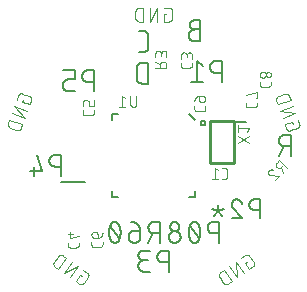
<source format=gbr>
G04 EAGLE Gerber RS-274X export*
G75*
%MOMM*%
%FSLAX34Y34*%
%LPD*%
%INSilkscreen Bottom*%
%IPPOS*%
%AMOC8*
5,1,8,0,0,1.08239X$1,22.5*%
G01*
%ADD10C,0.152400*%
%ADD11C,0.101600*%
%ADD12C,0.076200*%
%ADD13C,0.127000*%
%ADD14C,0.254000*%


D10*
X385742Y452945D02*
X380803Y452945D01*
X380663Y452943D01*
X380524Y452937D01*
X380384Y452927D01*
X380245Y452913D01*
X380106Y452896D01*
X379968Y452874D01*
X379831Y452848D01*
X379694Y452819D01*
X379558Y452786D01*
X379424Y452749D01*
X379290Y452708D01*
X379158Y452663D01*
X379026Y452614D01*
X378897Y452562D01*
X378769Y452507D01*
X378642Y452447D01*
X378517Y452384D01*
X378394Y452318D01*
X378273Y452248D01*
X378154Y452175D01*
X378037Y452098D01*
X377923Y452018D01*
X377810Y451935D01*
X377700Y451849D01*
X377593Y451759D01*
X377488Y451667D01*
X377386Y451572D01*
X377286Y451474D01*
X377189Y451373D01*
X377095Y451269D01*
X377005Y451163D01*
X376917Y451054D01*
X376832Y450943D01*
X376751Y450829D01*
X376672Y450714D01*
X376597Y450596D01*
X376526Y450476D01*
X376458Y450353D01*
X376393Y450230D01*
X376332Y450104D01*
X376274Y449976D01*
X376220Y449848D01*
X376170Y449717D01*
X376123Y449585D01*
X376080Y449452D01*
X376041Y449318D01*
X376006Y449183D01*
X375975Y449047D01*
X375947Y448909D01*
X375924Y448772D01*
X375904Y448633D01*
X375888Y448494D01*
X375876Y448355D01*
X375868Y448216D01*
X375864Y448076D01*
X375864Y447936D01*
X375868Y447796D01*
X375876Y447657D01*
X375888Y447518D01*
X375904Y447379D01*
X375924Y447240D01*
X375947Y447103D01*
X375975Y446965D01*
X376006Y446829D01*
X376041Y446694D01*
X376080Y446560D01*
X376123Y446427D01*
X376170Y446295D01*
X376220Y446164D01*
X376274Y446036D01*
X376332Y445908D01*
X376393Y445782D01*
X376458Y445659D01*
X376526Y445537D01*
X376597Y445416D01*
X376672Y445298D01*
X376751Y445183D01*
X376832Y445069D01*
X376917Y444958D01*
X377005Y444849D01*
X377095Y444743D01*
X377189Y444639D01*
X377286Y444538D01*
X377386Y444440D01*
X377488Y444345D01*
X377593Y444253D01*
X377700Y444163D01*
X377810Y444077D01*
X377923Y443994D01*
X378037Y443914D01*
X378154Y443837D01*
X378273Y443764D01*
X378394Y443694D01*
X378517Y443628D01*
X378642Y443565D01*
X378769Y443505D01*
X378897Y443450D01*
X379026Y443398D01*
X379158Y443349D01*
X379290Y443304D01*
X379424Y443263D01*
X379558Y443226D01*
X379694Y443193D01*
X379831Y443164D01*
X379968Y443138D01*
X380106Y443116D01*
X380245Y443099D01*
X380384Y443085D01*
X380524Y443075D01*
X380663Y443069D01*
X380803Y443067D01*
X385742Y443067D01*
X385742Y460847D01*
X380803Y460847D01*
X380679Y460845D01*
X380555Y460839D01*
X380431Y460829D01*
X380308Y460816D01*
X380185Y460798D01*
X380063Y460777D01*
X379941Y460752D01*
X379820Y460723D01*
X379701Y460690D01*
X379582Y460654D01*
X379465Y460613D01*
X379349Y460570D01*
X379234Y460522D01*
X379121Y460471D01*
X379009Y460416D01*
X378900Y460358D01*
X378792Y460297D01*
X378686Y460232D01*
X378582Y460164D01*
X378481Y460092D01*
X378381Y460018D01*
X378285Y459940D01*
X378190Y459860D01*
X378098Y459776D01*
X378009Y459690D01*
X377923Y459601D01*
X377839Y459509D01*
X377759Y459414D01*
X377681Y459318D01*
X377607Y459218D01*
X377535Y459117D01*
X377467Y459013D01*
X377402Y458907D01*
X377341Y458799D01*
X377283Y458690D01*
X377228Y458578D01*
X377177Y458465D01*
X377129Y458350D01*
X377086Y458234D01*
X377045Y458117D01*
X377009Y457998D01*
X376976Y457879D01*
X376947Y457758D01*
X376922Y457636D01*
X376901Y457514D01*
X376883Y457391D01*
X376870Y457268D01*
X376860Y457144D01*
X376854Y457020D01*
X376852Y456896D01*
X376854Y456772D01*
X376860Y456648D01*
X376870Y456524D01*
X376883Y456401D01*
X376901Y456278D01*
X376922Y456156D01*
X376947Y456034D01*
X376976Y455913D01*
X377009Y455794D01*
X377045Y455675D01*
X377086Y455558D01*
X377129Y455442D01*
X377177Y455327D01*
X377228Y455214D01*
X377283Y455102D01*
X377341Y454993D01*
X377402Y454885D01*
X377467Y454779D01*
X377535Y454675D01*
X377607Y454574D01*
X377681Y454474D01*
X377759Y454378D01*
X377839Y454283D01*
X377923Y454191D01*
X378009Y454102D01*
X378098Y454016D01*
X378190Y453932D01*
X378285Y453852D01*
X378381Y453774D01*
X378481Y453700D01*
X378582Y453628D01*
X378686Y453560D01*
X378792Y453495D01*
X378900Y453434D01*
X379009Y453376D01*
X379121Y453321D01*
X379234Y453270D01*
X379349Y453222D01*
X379465Y453179D01*
X379582Y453138D01*
X379701Y453102D01*
X379820Y453069D01*
X379941Y453040D01*
X380063Y453015D01*
X380185Y452994D01*
X380308Y452976D01*
X380431Y452963D01*
X380555Y452953D01*
X380679Y452947D01*
X380803Y452945D01*
X462252Y363921D02*
X462252Y346141D01*
X462252Y363921D02*
X457313Y363921D01*
X457173Y363919D01*
X457034Y363913D01*
X456894Y363903D01*
X456755Y363889D01*
X456616Y363872D01*
X456478Y363850D01*
X456341Y363824D01*
X456204Y363795D01*
X456068Y363762D01*
X455934Y363725D01*
X455800Y363684D01*
X455668Y363639D01*
X455536Y363590D01*
X455407Y363538D01*
X455279Y363483D01*
X455152Y363423D01*
X455027Y363360D01*
X454904Y363294D01*
X454783Y363224D01*
X454664Y363151D01*
X454547Y363074D01*
X454433Y362994D01*
X454320Y362911D01*
X454210Y362825D01*
X454103Y362735D01*
X453998Y362643D01*
X453896Y362548D01*
X453796Y362450D01*
X453699Y362349D01*
X453605Y362245D01*
X453515Y362139D01*
X453427Y362030D01*
X453342Y361919D01*
X453261Y361805D01*
X453182Y361690D01*
X453107Y361572D01*
X453036Y361452D01*
X452968Y361329D01*
X452903Y361206D01*
X452842Y361080D01*
X452784Y360952D01*
X452730Y360824D01*
X452680Y360693D01*
X452633Y360561D01*
X452590Y360428D01*
X452551Y360294D01*
X452516Y360159D01*
X452485Y360023D01*
X452457Y359885D01*
X452434Y359748D01*
X452414Y359609D01*
X452398Y359470D01*
X452386Y359331D01*
X452378Y359192D01*
X452374Y359052D01*
X452374Y358912D01*
X452378Y358772D01*
X452386Y358633D01*
X452398Y358494D01*
X452414Y358355D01*
X452434Y358216D01*
X452457Y358079D01*
X452485Y357941D01*
X452516Y357805D01*
X452551Y357670D01*
X452590Y357536D01*
X452633Y357403D01*
X452680Y357271D01*
X452730Y357140D01*
X452784Y357012D01*
X452842Y356884D01*
X452903Y356758D01*
X452968Y356635D01*
X453036Y356513D01*
X453107Y356392D01*
X453182Y356274D01*
X453261Y356159D01*
X453342Y356045D01*
X453427Y355934D01*
X453515Y355825D01*
X453605Y355719D01*
X453699Y355615D01*
X453796Y355514D01*
X453896Y355416D01*
X453998Y355321D01*
X454103Y355229D01*
X454210Y355139D01*
X454320Y355053D01*
X454433Y354970D01*
X454547Y354890D01*
X454664Y354813D01*
X454783Y354740D01*
X454904Y354670D01*
X455027Y354604D01*
X455152Y354541D01*
X455279Y354481D01*
X455407Y354426D01*
X455536Y354374D01*
X455668Y354325D01*
X455800Y354280D01*
X455934Y354239D01*
X456068Y354202D01*
X456204Y354169D01*
X456341Y354140D01*
X456478Y354114D01*
X456616Y354092D01*
X456755Y354075D01*
X456894Y354061D01*
X457034Y354051D01*
X457173Y354045D01*
X457313Y354043D01*
X462252Y354043D01*
X456325Y354043D02*
X452374Y346141D01*
X341637Y407175D02*
X341637Y424955D01*
X336698Y424955D01*
X336559Y424953D01*
X336421Y424947D01*
X336283Y424938D01*
X336145Y424924D01*
X336008Y424907D01*
X335871Y424885D01*
X335734Y424860D01*
X335599Y424831D01*
X335464Y424798D01*
X335331Y424762D01*
X335198Y424722D01*
X335067Y424678D01*
X334937Y424630D01*
X334808Y424579D01*
X334681Y424524D01*
X334555Y424466D01*
X334431Y424404D01*
X334309Y424339D01*
X334189Y424270D01*
X334070Y424198D01*
X333954Y424123D01*
X333840Y424044D01*
X333728Y423962D01*
X333619Y423877D01*
X333511Y423790D01*
X333407Y423699D01*
X333305Y423605D01*
X333206Y423508D01*
X333109Y423409D01*
X333015Y423307D01*
X332924Y423203D01*
X332837Y423095D01*
X332752Y422986D01*
X332670Y422874D01*
X332591Y422760D01*
X332516Y422644D01*
X332444Y422525D01*
X332375Y422405D01*
X332310Y422283D01*
X332248Y422159D01*
X332190Y422033D01*
X332135Y421906D01*
X332084Y421777D01*
X332036Y421647D01*
X331992Y421516D01*
X331952Y421383D01*
X331916Y421250D01*
X331883Y421115D01*
X331854Y420980D01*
X331829Y420843D01*
X331807Y420706D01*
X331790Y420569D01*
X331776Y420431D01*
X331767Y420293D01*
X331761Y420155D01*
X331759Y420016D01*
X331760Y420016D02*
X331760Y412114D01*
X331759Y412114D02*
X331761Y411975D01*
X331767Y411837D01*
X331776Y411699D01*
X331790Y411561D01*
X331807Y411424D01*
X331829Y411287D01*
X331854Y411150D01*
X331883Y411015D01*
X331916Y410880D01*
X331952Y410747D01*
X331992Y410614D01*
X332036Y410483D01*
X332084Y410353D01*
X332135Y410224D01*
X332190Y410097D01*
X332248Y409971D01*
X332310Y409847D01*
X332375Y409725D01*
X332444Y409605D01*
X332516Y409486D01*
X332591Y409370D01*
X332670Y409256D01*
X332752Y409144D01*
X332837Y409035D01*
X332924Y408927D01*
X333015Y408823D01*
X333109Y408721D01*
X333206Y408622D01*
X333305Y408525D01*
X333407Y408431D01*
X333511Y408340D01*
X333619Y408253D01*
X333728Y408168D01*
X333840Y408086D01*
X333954Y408007D01*
X334070Y407932D01*
X334189Y407860D01*
X334309Y407791D01*
X334431Y407726D01*
X334555Y407664D01*
X334681Y407606D01*
X334808Y407551D01*
X334937Y407500D01*
X335067Y407452D01*
X335198Y407408D01*
X335331Y407368D01*
X335464Y407332D01*
X335599Y407299D01*
X335734Y407270D01*
X335871Y407245D01*
X336008Y407223D01*
X336145Y407206D01*
X336283Y407192D01*
X336421Y407183D01*
X336559Y407177D01*
X336698Y407175D01*
X341637Y407175D01*
X337671Y434043D02*
X333720Y434043D01*
X337671Y434043D02*
X337795Y434045D01*
X337919Y434051D01*
X338043Y434061D01*
X338166Y434074D01*
X338289Y434092D01*
X338411Y434113D01*
X338533Y434138D01*
X338654Y434167D01*
X338773Y434200D01*
X338892Y434236D01*
X339009Y434277D01*
X339125Y434320D01*
X339240Y434368D01*
X339353Y434419D01*
X339465Y434474D01*
X339574Y434532D01*
X339682Y434593D01*
X339788Y434658D01*
X339892Y434726D01*
X339993Y434798D01*
X340093Y434872D01*
X340189Y434950D01*
X340284Y435030D01*
X340376Y435114D01*
X340465Y435200D01*
X340551Y435289D01*
X340635Y435381D01*
X340715Y435476D01*
X340793Y435572D01*
X340867Y435672D01*
X340939Y435773D01*
X341007Y435877D01*
X341072Y435983D01*
X341133Y436091D01*
X341191Y436200D01*
X341246Y436312D01*
X341297Y436425D01*
X341345Y436540D01*
X341388Y436656D01*
X341429Y436773D01*
X341465Y436892D01*
X341498Y437011D01*
X341527Y437132D01*
X341552Y437254D01*
X341573Y437376D01*
X341591Y437499D01*
X341604Y437622D01*
X341614Y437746D01*
X341620Y437870D01*
X341622Y437994D01*
X341622Y447872D01*
X341620Y447996D01*
X341614Y448120D01*
X341604Y448244D01*
X341591Y448367D01*
X341573Y448490D01*
X341552Y448612D01*
X341527Y448734D01*
X341498Y448855D01*
X341465Y448974D01*
X341429Y449093D01*
X341388Y449210D01*
X341345Y449326D01*
X341297Y449441D01*
X341246Y449554D01*
X341191Y449666D01*
X341133Y449775D01*
X341072Y449883D01*
X341007Y449989D01*
X340939Y450093D01*
X340867Y450194D01*
X340793Y450294D01*
X340715Y450390D01*
X340635Y450485D01*
X340551Y450577D01*
X340465Y450666D01*
X340376Y450752D01*
X340284Y450836D01*
X340189Y450916D01*
X340093Y450994D01*
X339993Y451068D01*
X339892Y451140D01*
X339788Y451208D01*
X339682Y451273D01*
X339574Y451334D01*
X339465Y451392D01*
X339353Y451447D01*
X339240Y451498D01*
X339126Y451546D01*
X339009Y451589D01*
X338892Y451630D01*
X338773Y451666D01*
X338654Y451699D01*
X338533Y451728D01*
X338411Y451753D01*
X338289Y451774D01*
X338166Y451792D01*
X338043Y451805D01*
X337919Y451815D01*
X337795Y451821D01*
X337671Y451823D01*
X333720Y451823D01*
D11*
X355146Y466149D02*
X357094Y466149D01*
X355146Y466149D02*
X355146Y459658D01*
X359041Y459658D01*
X359140Y459660D01*
X359240Y459666D01*
X359339Y459675D01*
X359437Y459688D01*
X359535Y459705D01*
X359633Y459726D01*
X359729Y459751D01*
X359824Y459779D01*
X359918Y459811D01*
X360011Y459846D01*
X360103Y459885D01*
X360193Y459928D01*
X360281Y459973D01*
X360368Y460023D01*
X360452Y460075D01*
X360535Y460131D01*
X360615Y460189D01*
X360693Y460251D01*
X360768Y460316D01*
X360841Y460384D01*
X360911Y460454D01*
X360979Y460527D01*
X361044Y460602D01*
X361106Y460680D01*
X361164Y460760D01*
X361220Y460843D01*
X361272Y460927D01*
X361322Y461014D01*
X361367Y461102D01*
X361410Y461192D01*
X361449Y461284D01*
X361484Y461377D01*
X361516Y461471D01*
X361544Y461566D01*
X361569Y461662D01*
X361590Y461760D01*
X361607Y461858D01*
X361620Y461956D01*
X361629Y462055D01*
X361635Y462155D01*
X361637Y462254D01*
X361638Y462254D02*
X361638Y468746D01*
X361637Y468746D02*
X361635Y468845D01*
X361629Y468945D01*
X361620Y469044D01*
X361607Y469142D01*
X361590Y469240D01*
X361569Y469338D01*
X361544Y469434D01*
X361516Y469529D01*
X361484Y469623D01*
X361449Y469716D01*
X361410Y469808D01*
X361367Y469898D01*
X361322Y469986D01*
X361272Y470073D01*
X361220Y470157D01*
X361164Y470240D01*
X361106Y470320D01*
X361044Y470398D01*
X360979Y470473D01*
X360911Y470546D01*
X360841Y470616D01*
X360768Y470684D01*
X360693Y470749D01*
X360615Y470811D01*
X360535Y470869D01*
X360452Y470925D01*
X360368Y470977D01*
X360281Y471027D01*
X360193Y471072D01*
X360103Y471115D01*
X360011Y471154D01*
X359918Y471189D01*
X359824Y471221D01*
X359729Y471249D01*
X359633Y471274D01*
X359535Y471295D01*
X359437Y471312D01*
X359339Y471325D01*
X359240Y471334D01*
X359140Y471340D01*
X359041Y471342D01*
X355146Y471342D01*
X349446Y471342D02*
X349446Y459658D01*
X342954Y459658D02*
X349446Y471342D01*
X342954Y471342D02*
X342954Y459658D01*
X337254Y459658D02*
X337254Y471342D01*
X334008Y471342D01*
X333895Y471340D01*
X333782Y471334D01*
X333669Y471324D01*
X333556Y471310D01*
X333444Y471293D01*
X333333Y471271D01*
X333223Y471246D01*
X333113Y471216D01*
X333005Y471183D01*
X332898Y471146D01*
X332792Y471106D01*
X332688Y471061D01*
X332585Y471013D01*
X332484Y470962D01*
X332385Y470907D01*
X332288Y470849D01*
X332193Y470787D01*
X332100Y470722D01*
X332010Y470654D01*
X331922Y470583D01*
X331836Y470508D01*
X331753Y470431D01*
X331673Y470351D01*
X331596Y470268D01*
X331521Y470182D01*
X331450Y470094D01*
X331382Y470004D01*
X331317Y469911D01*
X331255Y469816D01*
X331197Y469719D01*
X331142Y469620D01*
X331091Y469519D01*
X331043Y469416D01*
X330998Y469312D01*
X330958Y469206D01*
X330921Y469099D01*
X330888Y468991D01*
X330858Y468881D01*
X330833Y468771D01*
X330811Y468660D01*
X330794Y468548D01*
X330780Y468435D01*
X330770Y468322D01*
X330764Y468209D01*
X330762Y468096D01*
X330762Y462904D01*
X330764Y462791D01*
X330770Y462678D01*
X330780Y462565D01*
X330794Y462452D01*
X330811Y462340D01*
X330833Y462229D01*
X330858Y462119D01*
X330888Y462009D01*
X330921Y461901D01*
X330958Y461794D01*
X330998Y461688D01*
X331043Y461584D01*
X331091Y461481D01*
X331142Y461380D01*
X331197Y461281D01*
X331255Y461184D01*
X331317Y461089D01*
X331382Y460996D01*
X331450Y460906D01*
X331521Y460818D01*
X331596Y460732D01*
X331673Y460649D01*
X331753Y460569D01*
X331836Y460492D01*
X331922Y460417D01*
X332010Y460346D01*
X332100Y460278D01*
X332193Y460213D01*
X332288Y460151D01*
X332385Y460093D01*
X332484Y460038D01*
X332585Y459987D01*
X332688Y459939D01*
X332792Y459894D01*
X332898Y459854D01*
X333005Y459817D01*
X333113Y459784D01*
X333223Y459754D01*
X333333Y459729D01*
X333444Y459707D01*
X333556Y459690D01*
X333669Y459676D01*
X333782Y459666D01*
X333895Y459660D01*
X334008Y459658D01*
X337254Y459658D01*
X463370Y374915D02*
X464036Y373085D01*
X463370Y374915D02*
X457270Y372695D01*
X458602Y369035D01*
X458603Y369035D02*
X458638Y368942D01*
X458678Y368851D01*
X458720Y368761D01*
X458767Y368673D01*
X458816Y368587D01*
X458869Y368503D01*
X458925Y368420D01*
X458984Y368340D01*
X459046Y368263D01*
X459111Y368188D01*
X459179Y368115D01*
X459250Y368045D01*
X459323Y367978D01*
X459399Y367913D01*
X459477Y367852D01*
X459558Y367793D01*
X459640Y367738D01*
X459725Y367686D01*
X459812Y367637D01*
X459900Y367592D01*
X459990Y367550D01*
X460082Y367511D01*
X460175Y367476D01*
X460269Y367445D01*
X460365Y367417D01*
X460461Y367393D01*
X460559Y367372D01*
X460657Y367356D01*
X460755Y367343D01*
X460854Y367334D01*
X460954Y367329D01*
X461053Y367327D01*
X461153Y367329D01*
X461252Y367335D01*
X461351Y367345D01*
X461449Y367359D01*
X461547Y367377D01*
X461644Y367398D01*
X461741Y367423D01*
X461836Y367451D01*
X461930Y367484D01*
X461930Y367483D02*
X468030Y369703D01*
X468030Y369704D02*
X468123Y369739D01*
X468214Y369779D01*
X468304Y369821D01*
X468392Y369868D01*
X468478Y369917D01*
X468562Y369970D01*
X468645Y370026D01*
X468725Y370085D01*
X468802Y370147D01*
X468877Y370212D01*
X468950Y370280D01*
X469020Y370351D01*
X469087Y370424D01*
X469152Y370500D01*
X469213Y370578D01*
X469272Y370659D01*
X469327Y370741D01*
X469379Y370826D01*
X469428Y370913D01*
X469473Y371001D01*
X469515Y371091D01*
X469554Y371183D01*
X469589Y371276D01*
X469620Y371370D01*
X469648Y371466D01*
X469672Y371562D01*
X469693Y371660D01*
X469709Y371758D01*
X469722Y371856D01*
X469731Y371955D01*
X469736Y372055D01*
X469738Y372154D01*
X469736Y372253D01*
X469730Y372353D01*
X469720Y372452D01*
X469706Y372550D01*
X469688Y372648D01*
X469667Y372745D01*
X469642Y372842D01*
X469614Y372937D01*
X469581Y373031D01*
X469582Y373031D02*
X468250Y376691D01*
X466300Y382048D02*
X455320Y378052D01*
X453100Y384152D02*
X466300Y382048D01*
X464080Y388148D02*
X453100Y384152D01*
X451151Y389509D02*
X462130Y393505D01*
X461020Y396555D01*
X460980Y396661D01*
X460935Y396765D01*
X460887Y396868D01*
X460836Y396969D01*
X460781Y397068D01*
X460723Y397165D01*
X460661Y397260D01*
X460596Y397353D01*
X460528Y397443D01*
X460457Y397531D01*
X460382Y397617D01*
X460305Y397700D01*
X460225Y397780D01*
X460142Y397857D01*
X460056Y397932D01*
X459968Y398003D01*
X459878Y398071D01*
X459785Y398136D01*
X459690Y398198D01*
X459593Y398256D01*
X459494Y398311D01*
X459393Y398362D01*
X459290Y398410D01*
X459186Y398455D01*
X459080Y398495D01*
X458973Y398532D01*
X458865Y398565D01*
X458755Y398595D01*
X458645Y398620D01*
X458534Y398642D01*
X458422Y398659D01*
X458309Y398673D01*
X458196Y398683D01*
X458083Y398689D01*
X457970Y398691D01*
X457857Y398689D01*
X457744Y398683D01*
X457631Y398673D01*
X457518Y398659D01*
X457406Y398642D01*
X457295Y398620D01*
X457185Y398595D01*
X457075Y398565D01*
X456967Y398532D01*
X456860Y398495D01*
X456860Y398494D02*
X451980Y396718D01*
X451980Y396719D02*
X451874Y396679D01*
X451770Y396634D01*
X451667Y396586D01*
X451566Y396535D01*
X451467Y396480D01*
X451370Y396422D01*
X451275Y396360D01*
X451182Y396295D01*
X451092Y396227D01*
X451004Y396156D01*
X450918Y396081D01*
X450835Y396004D01*
X450755Y395924D01*
X450678Y395841D01*
X450603Y395755D01*
X450532Y395667D01*
X450464Y395577D01*
X450399Y395484D01*
X450337Y395389D01*
X450279Y395292D01*
X450224Y395193D01*
X450173Y395092D01*
X450125Y394989D01*
X450080Y394885D01*
X450040Y394779D01*
X450003Y394672D01*
X449970Y394564D01*
X449940Y394454D01*
X449915Y394344D01*
X449893Y394233D01*
X449876Y394121D01*
X449862Y394008D01*
X449852Y393895D01*
X449846Y393782D01*
X449844Y393669D01*
X449846Y393556D01*
X449852Y393443D01*
X449862Y393330D01*
X449876Y393217D01*
X449893Y393105D01*
X449915Y392994D01*
X449940Y392884D01*
X449970Y392774D01*
X450003Y392666D01*
X450040Y392559D01*
X450041Y392559D02*
X451151Y389509D01*
X424851Y256480D02*
X423256Y255363D01*
X426979Y250046D01*
X430170Y252280D01*
X430169Y252280D02*
X430249Y252339D01*
X430327Y252401D01*
X430403Y252465D01*
X430476Y252533D01*
X430547Y252603D01*
X430614Y252676D01*
X430679Y252751D01*
X430741Y252829D01*
X430800Y252909D01*
X430856Y252991D01*
X430909Y253076D01*
X430958Y253162D01*
X431004Y253250D01*
X431047Y253340D01*
X431086Y253431D01*
X431121Y253524D01*
X431153Y253618D01*
X431182Y253714D01*
X431206Y253810D01*
X431227Y253907D01*
X431245Y254005D01*
X431258Y254104D01*
X431268Y254203D01*
X431274Y254302D01*
X431276Y254401D01*
X431274Y254501D01*
X431269Y254600D01*
X431259Y254699D01*
X431246Y254798D01*
X431230Y254896D01*
X431209Y254993D01*
X431185Y255090D01*
X431157Y255185D01*
X431125Y255279D01*
X431090Y255372D01*
X431051Y255464D01*
X431009Y255554D01*
X430963Y255642D01*
X430914Y255729D01*
X430862Y255813D01*
X430807Y255896D01*
X427084Y261213D01*
X427025Y261293D01*
X426963Y261371D01*
X426899Y261447D01*
X426831Y261520D01*
X426761Y261591D01*
X426688Y261658D01*
X426613Y261723D01*
X426535Y261785D01*
X426455Y261844D01*
X426373Y261900D01*
X426288Y261953D01*
X426202Y262002D01*
X426114Y262048D01*
X426024Y262091D01*
X425933Y262130D01*
X425840Y262165D01*
X425746Y262197D01*
X425650Y262226D01*
X425554Y262250D01*
X425457Y262271D01*
X425359Y262289D01*
X425260Y262302D01*
X425161Y262312D01*
X425062Y262318D01*
X424963Y262320D01*
X424863Y262318D01*
X424764Y262313D01*
X424665Y262304D01*
X424566Y262290D01*
X424468Y262274D01*
X424371Y262253D01*
X424274Y262229D01*
X424179Y262201D01*
X424085Y262169D01*
X423992Y262134D01*
X423900Y262095D01*
X423810Y262053D01*
X423722Y262007D01*
X423635Y261958D01*
X423551Y261906D01*
X423468Y261851D01*
X420278Y259617D01*
X415608Y256347D02*
X422309Y246776D01*
X416992Y243053D02*
X415608Y256347D01*
X410291Y252624D02*
X416992Y243053D01*
X412322Y239783D02*
X405621Y249354D01*
X402962Y247492D01*
X402962Y247493D02*
X402871Y247426D01*
X402781Y247357D01*
X402694Y247284D01*
X402610Y247208D01*
X402529Y247129D01*
X402450Y247048D01*
X402374Y246964D01*
X402301Y246877D01*
X402232Y246788D01*
X402165Y246696D01*
X402102Y246602D01*
X402042Y246506D01*
X401985Y246408D01*
X401932Y246308D01*
X401882Y246206D01*
X401836Y246102D01*
X401794Y245997D01*
X401755Y245891D01*
X401720Y245783D01*
X401689Y245674D01*
X401661Y245564D01*
X401638Y245453D01*
X401618Y245342D01*
X401602Y245230D01*
X401590Y245117D01*
X401582Y245004D01*
X401578Y244891D01*
X401578Y244777D01*
X401582Y244664D01*
X401590Y244551D01*
X401602Y244438D01*
X401618Y244326D01*
X401638Y244215D01*
X401661Y244104D01*
X401689Y243994D01*
X401720Y243885D01*
X401755Y243777D01*
X401794Y243671D01*
X401836Y243566D01*
X401882Y243462D01*
X401932Y243360D01*
X401985Y243260D01*
X402042Y243162D01*
X402102Y243066D01*
X402165Y242972D01*
X405144Y238718D01*
X405143Y238718D02*
X405210Y238627D01*
X405279Y238537D01*
X405352Y238450D01*
X405428Y238366D01*
X405507Y238285D01*
X405588Y238206D01*
X405672Y238130D01*
X405759Y238057D01*
X405849Y237988D01*
X405940Y237921D01*
X406034Y237858D01*
X406130Y237798D01*
X406228Y237741D01*
X406328Y237688D01*
X406430Y237638D01*
X406534Y237592D01*
X406639Y237550D01*
X406745Y237511D01*
X406853Y237476D01*
X406962Y237445D01*
X407072Y237417D01*
X407183Y237394D01*
X407294Y237374D01*
X407406Y237358D01*
X407519Y237346D01*
X407632Y237338D01*
X407745Y237334D01*
X407859Y237334D01*
X407972Y237338D01*
X408085Y237346D01*
X408198Y237358D01*
X408310Y237374D01*
X408421Y237394D01*
X408532Y237417D01*
X408642Y237445D01*
X408751Y237476D01*
X408859Y237511D01*
X408965Y237550D01*
X409070Y237592D01*
X409174Y237638D01*
X409276Y237688D01*
X409376Y237741D01*
X409474Y237798D01*
X409570Y237858D01*
X409664Y237921D01*
X412322Y239783D01*
X285396Y243983D02*
X283801Y245100D01*
X280078Y239783D01*
X283268Y237549D01*
X283351Y237494D01*
X283435Y237442D01*
X283522Y237393D01*
X283610Y237347D01*
X283700Y237305D01*
X283792Y237266D01*
X283885Y237231D01*
X283979Y237199D01*
X284074Y237171D01*
X284171Y237147D01*
X284268Y237126D01*
X284366Y237110D01*
X284465Y237096D01*
X284564Y237087D01*
X284663Y237082D01*
X284763Y237080D01*
X284862Y237082D01*
X284961Y237088D01*
X285060Y237098D01*
X285159Y237111D01*
X285257Y237129D01*
X285354Y237150D01*
X285450Y237174D01*
X285546Y237203D01*
X285640Y237235D01*
X285733Y237270D01*
X285824Y237309D01*
X285914Y237352D01*
X286002Y237398D01*
X286088Y237447D01*
X286173Y237500D01*
X286255Y237556D01*
X286335Y237615D01*
X286413Y237677D01*
X286488Y237742D01*
X286561Y237809D01*
X286631Y237880D01*
X286699Y237953D01*
X286763Y238029D01*
X286825Y238107D01*
X286884Y238187D01*
X290607Y243504D01*
X290662Y243587D01*
X290714Y243671D01*
X290763Y243758D01*
X290809Y243846D01*
X290851Y243936D01*
X290890Y244028D01*
X290925Y244121D01*
X290957Y244215D01*
X290985Y244310D01*
X291009Y244407D01*
X291030Y244504D01*
X291046Y244602D01*
X291060Y244701D01*
X291069Y244800D01*
X291074Y244899D01*
X291076Y244999D01*
X291074Y245098D01*
X291068Y245197D01*
X291058Y245296D01*
X291045Y245395D01*
X291027Y245493D01*
X291006Y245590D01*
X290982Y245686D01*
X290953Y245782D01*
X290921Y245876D01*
X290886Y245969D01*
X290847Y246060D01*
X290804Y246150D01*
X290758Y246238D01*
X290709Y246324D01*
X290656Y246409D01*
X290600Y246491D01*
X290541Y246571D01*
X290479Y246649D01*
X290414Y246724D01*
X290347Y246797D01*
X290276Y246867D01*
X290203Y246935D01*
X290127Y246999D01*
X290049Y247061D01*
X289969Y247120D01*
X289970Y247120D02*
X286779Y249354D01*
X282110Y252624D02*
X275408Y243053D01*
X270091Y246776D02*
X282110Y252624D01*
X276792Y256347D02*
X270091Y246776D01*
X265421Y250046D02*
X272122Y259617D01*
X269464Y261478D01*
X269464Y261479D02*
X269370Y261542D01*
X269274Y261602D01*
X269176Y261659D01*
X269076Y261712D01*
X268974Y261762D01*
X268870Y261808D01*
X268765Y261850D01*
X268659Y261889D01*
X268551Y261924D01*
X268442Y261955D01*
X268332Y261983D01*
X268221Y262006D01*
X268110Y262026D01*
X267998Y262042D01*
X267885Y262054D01*
X267772Y262062D01*
X267659Y262066D01*
X267545Y262066D01*
X267432Y262062D01*
X267319Y262054D01*
X267206Y262042D01*
X267094Y262026D01*
X266983Y262006D01*
X266872Y261983D01*
X266762Y261955D01*
X266653Y261924D01*
X266545Y261889D01*
X266439Y261850D01*
X266334Y261808D01*
X266230Y261762D01*
X266128Y261712D01*
X266028Y261659D01*
X265930Y261602D01*
X265834Y261542D01*
X265740Y261479D01*
X265649Y261412D01*
X265559Y261343D01*
X265472Y261270D01*
X265388Y261194D01*
X265307Y261115D01*
X265228Y261034D01*
X265152Y260950D01*
X265079Y260863D01*
X265010Y260774D01*
X264943Y260682D01*
X264944Y260681D02*
X261965Y256428D01*
X261902Y256334D01*
X261842Y256238D01*
X261785Y256140D01*
X261732Y256040D01*
X261682Y255938D01*
X261636Y255834D01*
X261594Y255729D01*
X261555Y255623D01*
X261520Y255515D01*
X261489Y255406D01*
X261461Y255296D01*
X261438Y255185D01*
X261418Y255074D01*
X261402Y254962D01*
X261390Y254849D01*
X261382Y254736D01*
X261378Y254623D01*
X261378Y254509D01*
X261382Y254396D01*
X261390Y254283D01*
X261402Y254170D01*
X261418Y254058D01*
X261438Y253947D01*
X261461Y253836D01*
X261489Y253726D01*
X261520Y253617D01*
X261555Y253509D01*
X261594Y253403D01*
X261636Y253298D01*
X261682Y253194D01*
X261732Y253092D01*
X261785Y252992D01*
X261842Y252894D01*
X261902Y252798D01*
X261965Y252704D01*
X262032Y252612D01*
X262101Y252523D01*
X262174Y252436D01*
X262250Y252352D01*
X262329Y252271D01*
X262410Y252192D01*
X262494Y252116D01*
X262581Y252043D01*
X262671Y251974D01*
X262762Y251907D01*
X265421Y250046D01*
X235150Y391729D02*
X235816Y393559D01*
X235150Y391729D02*
X241250Y389509D01*
X242582Y393169D01*
X242581Y393169D02*
X242614Y393263D01*
X242642Y393358D01*
X242667Y393455D01*
X242688Y393552D01*
X242706Y393650D01*
X242720Y393748D01*
X242730Y393847D01*
X242736Y393947D01*
X242738Y394046D01*
X242736Y394145D01*
X242731Y394245D01*
X242722Y394344D01*
X242709Y394442D01*
X242693Y394540D01*
X242672Y394638D01*
X242648Y394734D01*
X242620Y394830D01*
X242589Y394924D01*
X242554Y395017D01*
X242515Y395109D01*
X242473Y395199D01*
X242428Y395287D01*
X242379Y395374D01*
X242327Y395459D01*
X242272Y395541D01*
X242213Y395622D01*
X242152Y395700D01*
X242087Y395776D01*
X242020Y395849D01*
X241950Y395920D01*
X241877Y395988D01*
X241802Y396053D01*
X241725Y396115D01*
X241645Y396174D01*
X241562Y396230D01*
X241478Y396283D01*
X241392Y396332D01*
X241304Y396379D01*
X241214Y396421D01*
X241123Y396461D01*
X241030Y396496D01*
X234930Y398716D01*
X234930Y398717D02*
X234836Y398750D01*
X234741Y398778D01*
X234644Y398803D01*
X234547Y398824D01*
X234449Y398842D01*
X234351Y398856D01*
X234252Y398866D01*
X234153Y398872D01*
X234053Y398874D01*
X233954Y398872D01*
X233854Y398867D01*
X233755Y398858D01*
X233657Y398845D01*
X233558Y398829D01*
X233461Y398808D01*
X233365Y398784D01*
X233269Y398756D01*
X233175Y398725D01*
X233081Y398690D01*
X232990Y398651D01*
X232900Y398609D01*
X232811Y398564D01*
X232724Y398515D01*
X232640Y398463D01*
X232557Y398408D01*
X232476Y398349D01*
X232398Y398288D01*
X232322Y398223D01*
X232249Y398156D01*
X232179Y398086D01*
X232111Y398013D01*
X232046Y397938D01*
X231983Y397860D01*
X231924Y397780D01*
X231868Y397698D01*
X231815Y397614D01*
X231766Y397527D01*
X231720Y397439D01*
X231677Y397349D01*
X231637Y397258D01*
X231602Y397165D01*
X230270Y393505D01*
X228320Y388148D02*
X239300Y384152D01*
X237080Y378052D02*
X228320Y388148D01*
X226100Y382048D02*
X237080Y378052D01*
X235130Y372695D02*
X224151Y376691D01*
X223041Y373641D01*
X223040Y373641D02*
X223003Y373534D01*
X222970Y373426D01*
X222940Y373316D01*
X222915Y373206D01*
X222893Y373095D01*
X222876Y372983D01*
X222862Y372870D01*
X222852Y372757D01*
X222846Y372644D01*
X222844Y372531D01*
X222846Y372418D01*
X222852Y372305D01*
X222862Y372192D01*
X222876Y372079D01*
X222893Y371967D01*
X222915Y371856D01*
X222940Y371746D01*
X222970Y371636D01*
X223003Y371528D01*
X223040Y371421D01*
X223080Y371315D01*
X223125Y371211D01*
X223173Y371108D01*
X223224Y371007D01*
X223279Y370908D01*
X223337Y370811D01*
X223399Y370716D01*
X223464Y370623D01*
X223532Y370533D01*
X223603Y370445D01*
X223678Y370359D01*
X223755Y370276D01*
X223835Y370196D01*
X223918Y370119D01*
X224004Y370044D01*
X224092Y369973D01*
X224182Y369905D01*
X224275Y369840D01*
X224370Y369778D01*
X224467Y369720D01*
X224566Y369665D01*
X224667Y369614D01*
X224770Y369566D01*
X224874Y369521D01*
X224980Y369481D01*
X229860Y367705D01*
X229860Y367706D02*
X229967Y367669D01*
X230076Y367636D01*
X230185Y367606D01*
X230295Y367581D01*
X230407Y367559D01*
X230518Y367542D01*
X230631Y367528D01*
X230744Y367518D01*
X230857Y367512D01*
X230970Y367510D01*
X231083Y367512D01*
X231196Y367518D01*
X231309Y367528D01*
X231422Y367542D01*
X231534Y367559D01*
X231645Y367581D01*
X231755Y367606D01*
X231864Y367636D01*
X231973Y367669D01*
X232080Y367706D01*
X232186Y367746D01*
X232290Y367791D01*
X232393Y367838D01*
X232493Y367890D01*
X232593Y367945D01*
X232690Y368003D01*
X232785Y368065D01*
X232877Y368130D01*
X232968Y368198D01*
X233056Y368269D01*
X233141Y368344D01*
X233224Y368421D01*
X233304Y368501D01*
X233382Y368584D01*
X233456Y368669D01*
X233527Y368757D01*
X233595Y368848D01*
X233660Y368940D01*
X233722Y369035D01*
X233780Y369133D01*
X233835Y369232D01*
X233887Y369333D01*
X233934Y369435D01*
X233979Y369539D01*
X234019Y369645D01*
X234020Y369645D02*
X235130Y372695D01*
D10*
X403696Y408460D02*
X403696Y426240D01*
X398758Y426240D01*
X398618Y426238D01*
X398479Y426232D01*
X398339Y426222D01*
X398200Y426208D01*
X398061Y426191D01*
X397923Y426169D01*
X397786Y426143D01*
X397649Y426114D01*
X397513Y426081D01*
X397379Y426044D01*
X397245Y426003D01*
X397113Y425958D01*
X396981Y425909D01*
X396852Y425857D01*
X396724Y425802D01*
X396597Y425742D01*
X396472Y425679D01*
X396349Y425613D01*
X396228Y425543D01*
X396109Y425470D01*
X395992Y425393D01*
X395878Y425313D01*
X395765Y425230D01*
X395655Y425144D01*
X395548Y425054D01*
X395443Y424962D01*
X395341Y424867D01*
X395241Y424769D01*
X395144Y424668D01*
X395050Y424564D01*
X394960Y424458D01*
X394872Y424349D01*
X394787Y424238D01*
X394706Y424124D01*
X394627Y424009D01*
X394552Y423891D01*
X394481Y423771D01*
X394413Y423648D01*
X394348Y423525D01*
X394287Y423399D01*
X394229Y423271D01*
X394175Y423143D01*
X394125Y423012D01*
X394078Y422880D01*
X394035Y422747D01*
X393996Y422613D01*
X393961Y422478D01*
X393930Y422342D01*
X393902Y422204D01*
X393879Y422067D01*
X393859Y421928D01*
X393843Y421789D01*
X393831Y421650D01*
X393823Y421511D01*
X393819Y421371D01*
X393819Y421231D01*
X393823Y421091D01*
X393831Y420952D01*
X393843Y420813D01*
X393859Y420674D01*
X393879Y420535D01*
X393902Y420398D01*
X393930Y420260D01*
X393961Y420124D01*
X393996Y419989D01*
X394035Y419855D01*
X394078Y419722D01*
X394125Y419590D01*
X394175Y419459D01*
X394229Y419331D01*
X394287Y419203D01*
X394348Y419077D01*
X394413Y418954D01*
X394481Y418832D01*
X394552Y418711D01*
X394627Y418593D01*
X394706Y418478D01*
X394787Y418364D01*
X394872Y418253D01*
X394960Y418144D01*
X395050Y418038D01*
X395144Y417934D01*
X395241Y417833D01*
X395341Y417735D01*
X395443Y417640D01*
X395548Y417548D01*
X395655Y417458D01*
X395765Y417372D01*
X395878Y417289D01*
X395992Y417209D01*
X396109Y417132D01*
X396228Y417059D01*
X396349Y416989D01*
X396472Y416923D01*
X396597Y416860D01*
X396724Y416800D01*
X396852Y416745D01*
X396981Y416693D01*
X397113Y416644D01*
X397245Y416599D01*
X397379Y416558D01*
X397513Y416521D01*
X397649Y416488D01*
X397786Y416459D01*
X397923Y416433D01*
X398061Y416411D01*
X398200Y416394D01*
X398339Y416380D01*
X398479Y416370D01*
X398618Y416364D01*
X398758Y416362D01*
X403696Y416362D01*
X387701Y422289D02*
X382762Y426240D01*
X382762Y408460D01*
X377824Y408460D02*
X387701Y408460D01*
X436317Y309208D02*
X436317Y292952D01*
X436317Y309208D02*
X431802Y309208D01*
X431669Y309206D01*
X431537Y309200D01*
X431405Y309190D01*
X431273Y309177D01*
X431141Y309159D01*
X431011Y309138D01*
X430880Y309113D01*
X430751Y309084D01*
X430623Y309051D01*
X430495Y309015D01*
X430369Y308975D01*
X430244Y308931D01*
X430120Y308883D01*
X429998Y308832D01*
X429877Y308777D01*
X429758Y308719D01*
X429640Y308657D01*
X429525Y308592D01*
X429411Y308523D01*
X429300Y308452D01*
X429191Y308376D01*
X429084Y308298D01*
X428979Y308217D01*
X428877Y308132D01*
X428777Y308045D01*
X428680Y307955D01*
X428585Y307862D01*
X428494Y307766D01*
X428405Y307668D01*
X428319Y307567D01*
X428236Y307463D01*
X428156Y307357D01*
X428080Y307249D01*
X428006Y307139D01*
X427936Y307026D01*
X427869Y306912D01*
X427806Y306795D01*
X427746Y306677D01*
X427689Y306557D01*
X427636Y306435D01*
X427587Y306312D01*
X427541Y306188D01*
X427499Y306062D01*
X427461Y305935D01*
X427426Y305807D01*
X427395Y305678D01*
X427368Y305549D01*
X427345Y305418D01*
X427325Y305287D01*
X427310Y305155D01*
X427298Y305023D01*
X427290Y304891D01*
X427286Y304758D01*
X427286Y304626D01*
X427290Y304493D01*
X427298Y304361D01*
X427310Y304229D01*
X427325Y304097D01*
X427345Y303966D01*
X427368Y303835D01*
X427395Y303706D01*
X427426Y303577D01*
X427461Y303449D01*
X427499Y303322D01*
X427541Y303196D01*
X427587Y303072D01*
X427636Y302949D01*
X427689Y302827D01*
X427746Y302707D01*
X427806Y302589D01*
X427869Y302472D01*
X427936Y302358D01*
X428006Y302245D01*
X428080Y302135D01*
X428156Y302027D01*
X428236Y301921D01*
X428319Y301817D01*
X428405Y301716D01*
X428494Y301618D01*
X428585Y301522D01*
X428680Y301429D01*
X428777Y301339D01*
X428877Y301252D01*
X428979Y301167D01*
X429084Y301086D01*
X429191Y301008D01*
X429300Y300932D01*
X429411Y300861D01*
X429525Y300792D01*
X429640Y300727D01*
X429758Y300665D01*
X429877Y300607D01*
X429998Y300552D01*
X430120Y300501D01*
X430244Y300453D01*
X430369Y300409D01*
X430495Y300369D01*
X430623Y300333D01*
X430751Y300300D01*
X430880Y300271D01*
X431011Y300246D01*
X431141Y300225D01*
X431273Y300207D01*
X431405Y300194D01*
X431537Y300184D01*
X431669Y300178D01*
X431802Y300176D01*
X431802Y300177D02*
X436317Y300177D01*
X416451Y309208D02*
X416326Y309206D01*
X416201Y309200D01*
X416076Y309191D01*
X415952Y309177D01*
X415828Y309160D01*
X415704Y309139D01*
X415582Y309114D01*
X415460Y309085D01*
X415339Y309053D01*
X415219Y309017D01*
X415100Y308977D01*
X414983Y308934D01*
X414867Y308887D01*
X414752Y308836D01*
X414640Y308782D01*
X414528Y308724D01*
X414419Y308664D01*
X414312Y308599D01*
X414206Y308532D01*
X414103Y308461D01*
X414002Y308387D01*
X413903Y308310D01*
X413807Y308230D01*
X413713Y308147D01*
X413622Y308062D01*
X413533Y307973D01*
X413448Y307882D01*
X413365Y307788D01*
X413285Y307692D01*
X413208Y307593D01*
X413134Y307492D01*
X413063Y307389D01*
X412996Y307283D01*
X412931Y307176D01*
X412871Y307067D01*
X412813Y306955D01*
X412759Y306843D01*
X412708Y306728D01*
X412661Y306612D01*
X412618Y306495D01*
X412578Y306376D01*
X412542Y306256D01*
X412510Y306135D01*
X412481Y306013D01*
X412456Y305891D01*
X412435Y305767D01*
X412418Y305643D01*
X412404Y305519D01*
X412395Y305394D01*
X412389Y305269D01*
X412387Y305144D01*
X416451Y309208D02*
X416594Y309206D01*
X416736Y309200D01*
X416879Y309190D01*
X417021Y309177D01*
X417162Y309159D01*
X417304Y309138D01*
X417444Y309113D01*
X417584Y309084D01*
X417723Y309051D01*
X417861Y309014D01*
X417998Y308974D01*
X418133Y308930D01*
X418268Y308882D01*
X418401Y308830D01*
X418533Y308775D01*
X418663Y308716D01*
X418791Y308654D01*
X418918Y308588D01*
X419043Y308519D01*
X419166Y308447D01*
X419287Y308371D01*
X419405Y308292D01*
X419522Y308209D01*
X419636Y308124D01*
X419748Y308035D01*
X419857Y307944D01*
X419964Y307849D01*
X420069Y307752D01*
X420170Y307651D01*
X420269Y307548D01*
X420365Y307443D01*
X420458Y307334D01*
X420548Y307223D01*
X420635Y307110D01*
X420719Y306995D01*
X420799Y306877D01*
X420877Y306757D01*
X420951Y306635D01*
X421021Y306511D01*
X421089Y306385D01*
X421152Y306257D01*
X421213Y306128D01*
X421270Y305997D01*
X421323Y305865D01*
X421372Y305731D01*
X421418Y305596D01*
X413742Y301983D02*
X413648Y302075D01*
X413558Y302169D01*
X413470Y302266D01*
X413385Y302366D01*
X413303Y302468D01*
X413224Y302573D01*
X413149Y302680D01*
X413077Y302789D01*
X413008Y302900D01*
X412942Y303014D01*
X412880Y303129D01*
X412821Y303246D01*
X412766Y303365D01*
X412715Y303485D01*
X412667Y303607D01*
X412622Y303730D01*
X412582Y303854D01*
X412545Y303980D01*
X412512Y304107D01*
X412483Y304234D01*
X412457Y304363D01*
X412436Y304492D01*
X412418Y304622D01*
X412405Y304752D01*
X412395Y304882D01*
X412389Y305013D01*
X412387Y305144D01*
X413741Y301983D02*
X421418Y292952D01*
X412387Y292952D01*
X400750Y299274D02*
X400750Y304692D01*
X400750Y299274D02*
X397589Y295210D01*
X400750Y299274D02*
X403911Y295210D01*
X400750Y299274D02*
X395783Y301080D01*
X400750Y299274D02*
X405717Y301080D01*
X359136Y265720D02*
X359136Y247940D01*
X359136Y265720D02*
X354198Y265720D01*
X354058Y265718D01*
X353919Y265712D01*
X353779Y265702D01*
X353640Y265688D01*
X353501Y265671D01*
X353363Y265649D01*
X353226Y265623D01*
X353089Y265594D01*
X352953Y265561D01*
X352819Y265524D01*
X352685Y265483D01*
X352553Y265438D01*
X352421Y265389D01*
X352292Y265337D01*
X352164Y265282D01*
X352037Y265222D01*
X351912Y265159D01*
X351789Y265093D01*
X351668Y265023D01*
X351549Y264950D01*
X351432Y264873D01*
X351318Y264793D01*
X351205Y264710D01*
X351095Y264624D01*
X350988Y264534D01*
X350883Y264442D01*
X350781Y264347D01*
X350681Y264249D01*
X350584Y264148D01*
X350490Y264044D01*
X350400Y263938D01*
X350312Y263829D01*
X350227Y263718D01*
X350146Y263604D01*
X350067Y263489D01*
X349992Y263371D01*
X349921Y263251D01*
X349853Y263128D01*
X349788Y263005D01*
X349727Y262879D01*
X349669Y262751D01*
X349615Y262623D01*
X349565Y262492D01*
X349518Y262360D01*
X349475Y262227D01*
X349436Y262093D01*
X349401Y261958D01*
X349370Y261822D01*
X349342Y261684D01*
X349319Y261547D01*
X349299Y261408D01*
X349283Y261269D01*
X349271Y261130D01*
X349263Y260991D01*
X349259Y260851D01*
X349259Y260711D01*
X349263Y260571D01*
X349271Y260432D01*
X349283Y260293D01*
X349299Y260154D01*
X349319Y260015D01*
X349342Y259878D01*
X349370Y259740D01*
X349401Y259604D01*
X349436Y259469D01*
X349475Y259335D01*
X349518Y259202D01*
X349565Y259070D01*
X349615Y258939D01*
X349669Y258811D01*
X349727Y258683D01*
X349788Y258557D01*
X349853Y258434D01*
X349921Y258311D01*
X349992Y258191D01*
X350067Y258073D01*
X350146Y257958D01*
X350227Y257844D01*
X350312Y257733D01*
X350400Y257624D01*
X350490Y257518D01*
X350584Y257414D01*
X350681Y257313D01*
X350781Y257215D01*
X350883Y257120D01*
X350988Y257028D01*
X351095Y256938D01*
X351205Y256852D01*
X351318Y256769D01*
X351432Y256689D01*
X351549Y256612D01*
X351668Y256539D01*
X351789Y256469D01*
X351912Y256403D01*
X352037Y256340D01*
X352164Y256280D01*
X352292Y256225D01*
X352421Y256173D01*
X352553Y256124D01*
X352685Y256079D01*
X352819Y256038D01*
X352953Y256001D01*
X353089Y255968D01*
X353226Y255939D01*
X353363Y255913D01*
X353501Y255891D01*
X353640Y255874D01*
X353779Y255860D01*
X353919Y255850D01*
X354058Y255844D01*
X354198Y255842D01*
X359136Y255842D01*
X343141Y247940D02*
X338202Y247940D01*
X338062Y247942D01*
X337923Y247948D01*
X337783Y247958D01*
X337644Y247972D01*
X337505Y247989D01*
X337367Y248011D01*
X337230Y248037D01*
X337093Y248066D01*
X336957Y248099D01*
X336823Y248136D01*
X336689Y248177D01*
X336557Y248222D01*
X336425Y248271D01*
X336296Y248323D01*
X336168Y248378D01*
X336041Y248438D01*
X335916Y248501D01*
X335793Y248567D01*
X335672Y248637D01*
X335553Y248710D01*
X335436Y248787D01*
X335322Y248867D01*
X335209Y248950D01*
X335099Y249036D01*
X334992Y249126D01*
X334887Y249218D01*
X334785Y249313D01*
X334685Y249411D01*
X334588Y249512D01*
X334494Y249616D01*
X334404Y249722D01*
X334316Y249831D01*
X334231Y249942D01*
X334150Y250056D01*
X334071Y250171D01*
X333996Y250289D01*
X333925Y250409D01*
X333857Y250532D01*
X333792Y250655D01*
X333731Y250781D01*
X333673Y250909D01*
X333619Y251037D01*
X333569Y251168D01*
X333522Y251300D01*
X333479Y251433D01*
X333440Y251567D01*
X333405Y251702D01*
X333374Y251838D01*
X333346Y251976D01*
X333323Y252113D01*
X333303Y252252D01*
X333287Y252391D01*
X333275Y252530D01*
X333267Y252669D01*
X333263Y252809D01*
X333263Y252949D01*
X333267Y253089D01*
X333275Y253228D01*
X333287Y253367D01*
X333303Y253506D01*
X333323Y253645D01*
X333346Y253782D01*
X333374Y253920D01*
X333405Y254056D01*
X333440Y254191D01*
X333479Y254325D01*
X333522Y254458D01*
X333569Y254590D01*
X333619Y254721D01*
X333673Y254849D01*
X333731Y254977D01*
X333792Y255103D01*
X333857Y255226D01*
X333925Y255349D01*
X333996Y255469D01*
X334071Y255587D01*
X334150Y255702D01*
X334231Y255816D01*
X334316Y255927D01*
X334404Y256036D01*
X334494Y256142D01*
X334588Y256246D01*
X334685Y256347D01*
X334785Y256445D01*
X334887Y256540D01*
X334992Y256632D01*
X335099Y256722D01*
X335209Y256808D01*
X335322Y256891D01*
X335436Y256971D01*
X335553Y257048D01*
X335672Y257121D01*
X335793Y257191D01*
X335916Y257257D01*
X336041Y257320D01*
X336168Y257380D01*
X336296Y257435D01*
X336425Y257487D01*
X336557Y257536D01*
X336689Y257581D01*
X336823Y257622D01*
X336957Y257659D01*
X337093Y257692D01*
X337230Y257721D01*
X337367Y257747D01*
X337505Y257769D01*
X337644Y257786D01*
X337783Y257800D01*
X337923Y257810D01*
X338062Y257816D01*
X338202Y257818D01*
X337215Y265720D02*
X343141Y265720D01*
X337215Y265720D02*
X337091Y265718D01*
X336967Y265712D01*
X336843Y265702D01*
X336720Y265689D01*
X336597Y265671D01*
X336475Y265650D01*
X336353Y265625D01*
X336232Y265596D01*
X336113Y265563D01*
X335994Y265527D01*
X335877Y265486D01*
X335761Y265443D01*
X335646Y265395D01*
X335533Y265344D01*
X335421Y265289D01*
X335312Y265231D01*
X335204Y265170D01*
X335098Y265105D01*
X334994Y265037D01*
X334893Y264965D01*
X334793Y264891D01*
X334697Y264813D01*
X334602Y264733D01*
X334510Y264649D01*
X334421Y264563D01*
X334335Y264474D01*
X334251Y264382D01*
X334171Y264287D01*
X334093Y264191D01*
X334019Y264091D01*
X333947Y263990D01*
X333879Y263886D01*
X333814Y263780D01*
X333753Y263672D01*
X333695Y263563D01*
X333640Y263451D01*
X333589Y263338D01*
X333541Y263223D01*
X333498Y263107D01*
X333457Y262990D01*
X333421Y262871D01*
X333388Y262752D01*
X333359Y262631D01*
X333334Y262509D01*
X333313Y262387D01*
X333295Y262264D01*
X333282Y262141D01*
X333272Y262017D01*
X333266Y261893D01*
X333264Y261769D01*
X333266Y261645D01*
X333272Y261521D01*
X333282Y261397D01*
X333295Y261274D01*
X333313Y261151D01*
X333334Y261029D01*
X333359Y260907D01*
X333388Y260786D01*
X333421Y260667D01*
X333457Y260548D01*
X333498Y260431D01*
X333541Y260315D01*
X333589Y260200D01*
X333640Y260087D01*
X333695Y259975D01*
X333753Y259866D01*
X333814Y259758D01*
X333879Y259652D01*
X333947Y259548D01*
X334019Y259447D01*
X334093Y259347D01*
X334171Y259251D01*
X334251Y259156D01*
X334335Y259064D01*
X334421Y258975D01*
X334510Y258889D01*
X334602Y258805D01*
X334697Y258725D01*
X334793Y258647D01*
X334893Y258573D01*
X334994Y258501D01*
X335098Y258433D01*
X335204Y258368D01*
X335312Y258307D01*
X335421Y258249D01*
X335533Y258194D01*
X335646Y258143D01*
X335761Y258095D01*
X335877Y258052D01*
X335994Y258011D01*
X336113Y257975D01*
X336232Y257942D01*
X336353Y257913D01*
X336475Y257888D01*
X336597Y257867D01*
X336720Y257849D01*
X336843Y257836D01*
X336967Y257826D01*
X337091Y257820D01*
X337215Y257818D01*
X341166Y257818D01*
X267696Y329020D02*
X267696Y346800D01*
X262758Y346800D01*
X262618Y346798D01*
X262479Y346792D01*
X262339Y346782D01*
X262200Y346768D01*
X262061Y346751D01*
X261923Y346729D01*
X261786Y346703D01*
X261649Y346674D01*
X261513Y346641D01*
X261379Y346604D01*
X261245Y346563D01*
X261113Y346518D01*
X260981Y346469D01*
X260852Y346417D01*
X260724Y346362D01*
X260597Y346302D01*
X260472Y346239D01*
X260349Y346173D01*
X260228Y346103D01*
X260109Y346030D01*
X259992Y345953D01*
X259878Y345873D01*
X259765Y345790D01*
X259655Y345704D01*
X259548Y345614D01*
X259443Y345522D01*
X259341Y345427D01*
X259241Y345329D01*
X259144Y345228D01*
X259050Y345124D01*
X258960Y345018D01*
X258872Y344909D01*
X258787Y344798D01*
X258706Y344684D01*
X258627Y344569D01*
X258552Y344451D01*
X258481Y344331D01*
X258413Y344208D01*
X258348Y344085D01*
X258287Y343959D01*
X258229Y343831D01*
X258175Y343703D01*
X258125Y343572D01*
X258078Y343440D01*
X258035Y343307D01*
X257996Y343173D01*
X257961Y343038D01*
X257930Y342902D01*
X257902Y342764D01*
X257879Y342627D01*
X257859Y342488D01*
X257843Y342349D01*
X257831Y342210D01*
X257823Y342071D01*
X257819Y341931D01*
X257819Y341791D01*
X257823Y341651D01*
X257831Y341512D01*
X257843Y341373D01*
X257859Y341234D01*
X257879Y341095D01*
X257902Y340958D01*
X257930Y340820D01*
X257961Y340684D01*
X257996Y340549D01*
X258035Y340415D01*
X258078Y340282D01*
X258125Y340150D01*
X258175Y340019D01*
X258229Y339891D01*
X258287Y339763D01*
X258348Y339637D01*
X258413Y339514D01*
X258481Y339392D01*
X258552Y339271D01*
X258627Y339153D01*
X258706Y339038D01*
X258787Y338924D01*
X258872Y338813D01*
X258960Y338704D01*
X259050Y338598D01*
X259144Y338494D01*
X259241Y338393D01*
X259341Y338295D01*
X259443Y338200D01*
X259548Y338108D01*
X259655Y338018D01*
X259765Y337932D01*
X259878Y337849D01*
X259992Y337769D01*
X260109Y337692D01*
X260228Y337619D01*
X260349Y337549D01*
X260472Y337483D01*
X260597Y337420D01*
X260724Y337360D01*
X260852Y337305D01*
X260981Y337253D01*
X261113Y337204D01*
X261245Y337159D01*
X261379Y337118D01*
X261513Y337081D01*
X261649Y337048D01*
X261786Y337019D01*
X261923Y336993D01*
X262061Y336971D01*
X262200Y336954D01*
X262339Y336940D01*
X262479Y336930D01*
X262618Y336924D01*
X262758Y336922D01*
X267696Y336922D01*
X251701Y332971D02*
X247750Y346800D01*
X251701Y332971D02*
X241824Y332971D01*
X244787Y336922D02*
X244787Y329020D01*
X295526Y400840D02*
X295526Y418620D01*
X290588Y418620D01*
X290448Y418618D01*
X290309Y418612D01*
X290169Y418602D01*
X290030Y418588D01*
X289891Y418571D01*
X289753Y418549D01*
X289616Y418523D01*
X289479Y418494D01*
X289343Y418461D01*
X289209Y418424D01*
X289075Y418383D01*
X288943Y418338D01*
X288811Y418289D01*
X288682Y418237D01*
X288554Y418182D01*
X288427Y418122D01*
X288302Y418059D01*
X288179Y417993D01*
X288058Y417923D01*
X287939Y417850D01*
X287822Y417773D01*
X287708Y417693D01*
X287595Y417610D01*
X287485Y417524D01*
X287378Y417434D01*
X287273Y417342D01*
X287171Y417247D01*
X287071Y417149D01*
X286974Y417048D01*
X286880Y416944D01*
X286790Y416838D01*
X286702Y416729D01*
X286617Y416618D01*
X286536Y416504D01*
X286457Y416389D01*
X286382Y416271D01*
X286311Y416151D01*
X286243Y416028D01*
X286178Y415905D01*
X286117Y415779D01*
X286059Y415651D01*
X286005Y415523D01*
X285955Y415392D01*
X285908Y415260D01*
X285865Y415127D01*
X285826Y414993D01*
X285791Y414858D01*
X285760Y414722D01*
X285732Y414584D01*
X285709Y414447D01*
X285689Y414308D01*
X285673Y414169D01*
X285661Y414030D01*
X285653Y413891D01*
X285649Y413751D01*
X285649Y413611D01*
X285653Y413471D01*
X285661Y413332D01*
X285673Y413193D01*
X285689Y413054D01*
X285709Y412915D01*
X285732Y412778D01*
X285760Y412640D01*
X285791Y412504D01*
X285826Y412369D01*
X285865Y412235D01*
X285908Y412102D01*
X285955Y411970D01*
X286005Y411839D01*
X286059Y411711D01*
X286117Y411583D01*
X286178Y411457D01*
X286243Y411334D01*
X286311Y411212D01*
X286382Y411091D01*
X286457Y410973D01*
X286536Y410858D01*
X286617Y410744D01*
X286702Y410633D01*
X286790Y410524D01*
X286880Y410418D01*
X286974Y410314D01*
X287071Y410213D01*
X287171Y410115D01*
X287273Y410020D01*
X287378Y409928D01*
X287485Y409838D01*
X287595Y409752D01*
X287708Y409669D01*
X287822Y409589D01*
X287939Y409512D01*
X288058Y409439D01*
X288179Y409369D01*
X288302Y409303D01*
X288427Y409240D01*
X288554Y409180D01*
X288682Y409125D01*
X288811Y409073D01*
X288943Y409024D01*
X289075Y408979D01*
X289209Y408938D01*
X289343Y408901D01*
X289479Y408868D01*
X289616Y408839D01*
X289753Y408813D01*
X289891Y408791D01*
X290030Y408774D01*
X290169Y408760D01*
X290309Y408750D01*
X290448Y408744D01*
X290588Y408742D01*
X295526Y408742D01*
X279531Y400840D02*
X273605Y400840D01*
X273481Y400842D01*
X273357Y400848D01*
X273233Y400858D01*
X273110Y400871D01*
X272987Y400889D01*
X272865Y400910D01*
X272743Y400935D01*
X272622Y400964D01*
X272503Y400997D01*
X272384Y401033D01*
X272267Y401074D01*
X272151Y401117D01*
X272036Y401165D01*
X271923Y401216D01*
X271811Y401271D01*
X271702Y401329D01*
X271594Y401390D01*
X271488Y401455D01*
X271384Y401523D01*
X271283Y401595D01*
X271183Y401669D01*
X271087Y401747D01*
X270992Y401827D01*
X270900Y401911D01*
X270811Y401997D01*
X270725Y402086D01*
X270641Y402178D01*
X270561Y402273D01*
X270483Y402369D01*
X270409Y402469D01*
X270337Y402570D01*
X270269Y402674D01*
X270204Y402780D01*
X270143Y402888D01*
X270085Y402997D01*
X270030Y403109D01*
X269979Y403222D01*
X269931Y403337D01*
X269888Y403453D01*
X269847Y403570D01*
X269811Y403689D01*
X269778Y403808D01*
X269749Y403929D01*
X269724Y404051D01*
X269703Y404173D01*
X269685Y404296D01*
X269672Y404419D01*
X269662Y404543D01*
X269656Y404667D01*
X269654Y404791D01*
X269654Y406767D01*
X269656Y406891D01*
X269662Y407015D01*
X269672Y407139D01*
X269685Y407262D01*
X269703Y407385D01*
X269724Y407507D01*
X269749Y407629D01*
X269778Y407750D01*
X269811Y407869D01*
X269847Y407988D01*
X269888Y408105D01*
X269931Y408221D01*
X269979Y408336D01*
X270030Y408449D01*
X270085Y408561D01*
X270143Y408670D01*
X270204Y408778D01*
X270269Y408884D01*
X270337Y408988D01*
X270409Y409089D01*
X270483Y409189D01*
X270561Y409285D01*
X270641Y409380D01*
X270725Y409472D01*
X270811Y409561D01*
X270900Y409647D01*
X270992Y409731D01*
X271087Y409811D01*
X271183Y409889D01*
X271283Y409963D01*
X271384Y410035D01*
X271488Y410103D01*
X271594Y410168D01*
X271702Y410229D01*
X271811Y410287D01*
X271923Y410342D01*
X272036Y410393D01*
X272151Y410441D01*
X272267Y410484D01*
X272384Y410525D01*
X272503Y410561D01*
X272622Y410594D01*
X272743Y410623D01*
X272865Y410648D01*
X272987Y410669D01*
X273110Y410687D01*
X273233Y410700D01*
X273357Y410710D01*
X273481Y410716D01*
X273605Y410718D01*
X279531Y410718D01*
X279531Y418620D01*
X269654Y418620D01*
X401808Y290203D02*
X401808Y272423D01*
X401808Y290203D02*
X396870Y290203D01*
X396730Y290201D01*
X396591Y290195D01*
X396451Y290185D01*
X396312Y290171D01*
X396173Y290154D01*
X396035Y290132D01*
X395898Y290106D01*
X395761Y290077D01*
X395625Y290044D01*
X395491Y290007D01*
X395357Y289966D01*
X395225Y289921D01*
X395093Y289872D01*
X394964Y289820D01*
X394836Y289765D01*
X394709Y289705D01*
X394584Y289642D01*
X394461Y289576D01*
X394340Y289506D01*
X394221Y289433D01*
X394104Y289356D01*
X393990Y289276D01*
X393877Y289193D01*
X393767Y289107D01*
X393660Y289017D01*
X393555Y288925D01*
X393453Y288830D01*
X393353Y288732D01*
X393256Y288631D01*
X393162Y288527D01*
X393072Y288421D01*
X392984Y288312D01*
X392899Y288201D01*
X392818Y288087D01*
X392739Y287972D01*
X392664Y287854D01*
X392593Y287734D01*
X392525Y287611D01*
X392460Y287488D01*
X392399Y287362D01*
X392341Y287234D01*
X392287Y287106D01*
X392237Y286975D01*
X392190Y286843D01*
X392147Y286710D01*
X392108Y286576D01*
X392073Y286441D01*
X392042Y286305D01*
X392014Y286167D01*
X391991Y286030D01*
X391971Y285891D01*
X391955Y285752D01*
X391943Y285613D01*
X391935Y285474D01*
X391931Y285334D01*
X391931Y285194D01*
X391935Y285054D01*
X391943Y284915D01*
X391955Y284776D01*
X391971Y284637D01*
X391991Y284498D01*
X392014Y284361D01*
X392042Y284223D01*
X392073Y284087D01*
X392108Y283952D01*
X392147Y283818D01*
X392190Y283685D01*
X392237Y283553D01*
X392287Y283422D01*
X392341Y283294D01*
X392399Y283166D01*
X392460Y283040D01*
X392525Y282917D01*
X392593Y282795D01*
X392664Y282674D01*
X392739Y282556D01*
X392818Y282441D01*
X392899Y282327D01*
X392984Y282216D01*
X393072Y282107D01*
X393162Y282001D01*
X393256Y281897D01*
X393353Y281796D01*
X393453Y281698D01*
X393555Y281603D01*
X393660Y281511D01*
X393767Y281421D01*
X393877Y281335D01*
X393990Y281252D01*
X394104Y281172D01*
X394221Y281095D01*
X394340Y281022D01*
X394461Y280952D01*
X394584Y280886D01*
X394709Y280823D01*
X394836Y280763D01*
X394964Y280708D01*
X395093Y280656D01*
X395225Y280607D01*
X395357Y280562D01*
X395491Y280521D01*
X395625Y280484D01*
X395761Y280451D01*
X395898Y280422D01*
X396035Y280396D01*
X396173Y280374D01*
X396312Y280357D01*
X396451Y280343D01*
X396591Y280333D01*
X396730Y280327D01*
X396870Y280325D01*
X401808Y280325D01*
X385813Y281313D02*
X385809Y281663D01*
X385796Y282012D01*
X385775Y282361D01*
X385746Y282710D01*
X385709Y283058D01*
X385663Y283405D01*
X385609Y283750D01*
X385547Y284094D01*
X385476Y284437D01*
X385397Y284778D01*
X385311Y285117D01*
X385216Y285453D01*
X385113Y285788D01*
X385002Y286119D01*
X384884Y286449D01*
X384757Y286775D01*
X384623Y287098D01*
X384481Y287417D01*
X384331Y287734D01*
X384332Y287733D02*
X384292Y287846D01*
X384248Y287956D01*
X384200Y288066D01*
X384149Y288173D01*
X384094Y288279D01*
X384036Y288384D01*
X383974Y288486D01*
X383909Y288586D01*
X383841Y288684D01*
X383770Y288780D01*
X383695Y288873D01*
X383618Y288964D01*
X383538Y289052D01*
X383455Y289137D01*
X383369Y289220D01*
X383280Y289300D01*
X383189Y289377D01*
X383095Y289451D01*
X382999Y289522D01*
X382901Y289590D01*
X382801Y289654D01*
X382698Y289716D01*
X382594Y289773D01*
X382488Y289828D01*
X382380Y289879D01*
X382270Y289926D01*
X382159Y289970D01*
X382047Y290010D01*
X381933Y290046D01*
X381819Y290079D01*
X381703Y290108D01*
X381586Y290133D01*
X381469Y290154D01*
X381351Y290172D01*
X381232Y290185D01*
X381113Y290195D01*
X380994Y290201D01*
X380875Y290203D01*
X380756Y290201D01*
X380637Y290195D01*
X380518Y290185D01*
X380399Y290172D01*
X380281Y290154D01*
X380164Y290133D01*
X380047Y290108D01*
X379931Y290079D01*
X379817Y290046D01*
X379703Y290010D01*
X379591Y289970D01*
X379480Y289926D01*
X379370Y289879D01*
X379262Y289828D01*
X379156Y289773D01*
X379052Y289716D01*
X378949Y289654D01*
X378849Y289590D01*
X378751Y289522D01*
X378655Y289451D01*
X378561Y289377D01*
X378470Y289300D01*
X378381Y289220D01*
X378296Y289137D01*
X378212Y289052D01*
X378132Y288964D01*
X378055Y288873D01*
X377980Y288780D01*
X377909Y288684D01*
X377841Y288586D01*
X377776Y288486D01*
X377714Y288384D01*
X377656Y288279D01*
X377601Y288174D01*
X377550Y288066D01*
X377502Y287956D01*
X377458Y287846D01*
X377418Y287733D01*
X377418Y287734D02*
X377268Y287417D01*
X377126Y287098D01*
X376992Y286775D01*
X376865Y286449D01*
X376747Y286119D01*
X376636Y285788D01*
X376533Y285453D01*
X376438Y285117D01*
X376352Y284778D01*
X376273Y284437D01*
X376202Y284094D01*
X376140Y283750D01*
X376086Y283405D01*
X376040Y283058D01*
X376003Y282710D01*
X375974Y282361D01*
X375953Y282012D01*
X375940Y281663D01*
X375936Y281313D01*
X385813Y281313D02*
X385809Y280963D01*
X385796Y280614D01*
X385775Y280265D01*
X385746Y279916D01*
X385709Y279568D01*
X385663Y279221D01*
X385609Y278876D01*
X385547Y278532D01*
X385476Y278189D01*
X385397Y277848D01*
X385311Y277509D01*
X385216Y277173D01*
X385113Y276838D01*
X385002Y276507D01*
X384884Y276178D01*
X384757Y275851D01*
X384623Y275528D01*
X384481Y275209D01*
X384331Y274893D01*
X384332Y274892D02*
X384292Y274779D01*
X384248Y274669D01*
X384200Y274559D01*
X384149Y274452D01*
X384094Y274346D01*
X384036Y274241D01*
X383974Y274139D01*
X383909Y274039D01*
X383841Y273941D01*
X383770Y273845D01*
X383695Y273752D01*
X383618Y273661D01*
X383538Y273573D01*
X383455Y273488D01*
X383369Y273405D01*
X383280Y273325D01*
X383189Y273248D01*
X383095Y273174D01*
X382999Y273103D01*
X382901Y273035D01*
X382801Y272971D01*
X382698Y272909D01*
X382594Y272852D01*
X382488Y272797D01*
X382380Y272746D01*
X382270Y272699D01*
X382159Y272655D01*
X382047Y272615D01*
X381933Y272579D01*
X381819Y272546D01*
X381703Y272517D01*
X381586Y272492D01*
X381469Y272471D01*
X381351Y272453D01*
X381232Y272440D01*
X381113Y272430D01*
X380994Y272424D01*
X380875Y272422D01*
X377418Y274893D02*
X377268Y275209D01*
X377126Y275528D01*
X376992Y275851D01*
X376865Y276178D01*
X376747Y276507D01*
X376636Y276838D01*
X376533Y277173D01*
X376438Y277509D01*
X376352Y277848D01*
X376273Y278189D01*
X376202Y278532D01*
X376140Y278876D01*
X376086Y279221D01*
X376040Y279568D01*
X376003Y279916D01*
X375974Y280265D01*
X375953Y280614D01*
X375940Y280963D01*
X375936Y281313D01*
X377418Y274892D02*
X377458Y274779D01*
X377502Y274669D01*
X377550Y274559D01*
X377601Y274451D01*
X377656Y274345D01*
X377714Y274241D01*
X377776Y274139D01*
X377841Y274039D01*
X377909Y273941D01*
X377980Y273845D01*
X378055Y273752D01*
X378132Y273661D01*
X378212Y273573D01*
X378296Y273488D01*
X378381Y273405D01*
X378470Y273325D01*
X378561Y273248D01*
X378655Y273174D01*
X378751Y273103D01*
X378849Y273035D01*
X378949Y272971D01*
X379052Y272909D01*
X379156Y272851D01*
X379262Y272797D01*
X379370Y272746D01*
X379480Y272699D01*
X379591Y272655D01*
X379703Y272615D01*
X379817Y272579D01*
X379931Y272546D01*
X380047Y272517D01*
X380164Y272492D01*
X380281Y272471D01*
X380399Y272453D01*
X380518Y272440D01*
X380637Y272430D01*
X380756Y272424D01*
X380875Y272422D01*
X384826Y276374D02*
X376923Y286252D01*
X369063Y277362D02*
X369061Y277502D01*
X369055Y277641D01*
X369045Y277781D01*
X369031Y277920D01*
X369014Y278059D01*
X368992Y278197D01*
X368966Y278334D01*
X368937Y278471D01*
X368904Y278607D01*
X368867Y278741D01*
X368826Y278875D01*
X368781Y279007D01*
X368732Y279139D01*
X368680Y279268D01*
X368625Y279396D01*
X368565Y279523D01*
X368502Y279648D01*
X368436Y279771D01*
X368366Y279892D01*
X368293Y280011D01*
X368216Y280128D01*
X368136Y280242D01*
X368053Y280355D01*
X367967Y280465D01*
X367877Y280572D01*
X367785Y280677D01*
X367690Y280779D01*
X367592Y280879D01*
X367491Y280976D01*
X367387Y281070D01*
X367281Y281160D01*
X367172Y281248D01*
X367061Y281333D01*
X366947Y281414D01*
X366832Y281493D01*
X366714Y281568D01*
X366594Y281639D01*
X366471Y281707D01*
X366348Y281772D01*
X366222Y281833D01*
X366094Y281891D01*
X365966Y281945D01*
X365835Y281995D01*
X365703Y282042D01*
X365570Y282085D01*
X365436Y282124D01*
X365301Y282159D01*
X365165Y282190D01*
X365027Y282218D01*
X364890Y282241D01*
X364751Y282261D01*
X364612Y282277D01*
X364473Y282289D01*
X364334Y282297D01*
X364194Y282301D01*
X364054Y282301D01*
X363914Y282297D01*
X363775Y282289D01*
X363636Y282277D01*
X363497Y282261D01*
X363358Y282241D01*
X363221Y282218D01*
X363083Y282190D01*
X362947Y282159D01*
X362812Y282124D01*
X362678Y282085D01*
X362545Y282042D01*
X362413Y281995D01*
X362282Y281945D01*
X362154Y281891D01*
X362026Y281833D01*
X361900Y281772D01*
X361777Y281707D01*
X361655Y281639D01*
X361534Y281568D01*
X361416Y281493D01*
X361301Y281414D01*
X361187Y281333D01*
X361076Y281248D01*
X360967Y281160D01*
X360861Y281070D01*
X360757Y280976D01*
X360656Y280879D01*
X360558Y280779D01*
X360463Y280677D01*
X360371Y280572D01*
X360281Y280465D01*
X360195Y280355D01*
X360112Y280242D01*
X360032Y280128D01*
X359955Y280011D01*
X359882Y279892D01*
X359812Y279771D01*
X359746Y279648D01*
X359683Y279523D01*
X359623Y279396D01*
X359568Y279268D01*
X359516Y279139D01*
X359467Y279007D01*
X359422Y278875D01*
X359381Y278741D01*
X359344Y278607D01*
X359311Y278471D01*
X359282Y278334D01*
X359256Y278197D01*
X359234Y278059D01*
X359217Y277920D01*
X359203Y277781D01*
X359193Y277641D01*
X359187Y277502D01*
X359185Y277362D01*
X359187Y277222D01*
X359193Y277083D01*
X359203Y276943D01*
X359217Y276804D01*
X359234Y276665D01*
X359256Y276527D01*
X359282Y276390D01*
X359311Y276253D01*
X359344Y276117D01*
X359381Y275983D01*
X359422Y275849D01*
X359467Y275717D01*
X359516Y275585D01*
X359568Y275456D01*
X359623Y275328D01*
X359683Y275201D01*
X359746Y275076D01*
X359812Y274953D01*
X359882Y274832D01*
X359955Y274713D01*
X360032Y274596D01*
X360112Y274482D01*
X360195Y274369D01*
X360281Y274259D01*
X360371Y274152D01*
X360463Y274047D01*
X360558Y273945D01*
X360656Y273845D01*
X360757Y273748D01*
X360861Y273654D01*
X360967Y273564D01*
X361076Y273476D01*
X361187Y273391D01*
X361301Y273310D01*
X361416Y273231D01*
X361534Y273156D01*
X361655Y273085D01*
X361777Y273017D01*
X361900Y272952D01*
X362026Y272891D01*
X362154Y272833D01*
X362282Y272779D01*
X362413Y272729D01*
X362545Y272682D01*
X362678Y272639D01*
X362812Y272600D01*
X362947Y272565D01*
X363083Y272534D01*
X363221Y272506D01*
X363358Y272483D01*
X363497Y272463D01*
X363636Y272447D01*
X363775Y272435D01*
X363914Y272427D01*
X364054Y272423D01*
X364194Y272423D01*
X364334Y272427D01*
X364473Y272435D01*
X364612Y272447D01*
X364751Y272463D01*
X364890Y272483D01*
X365027Y272506D01*
X365165Y272534D01*
X365301Y272565D01*
X365436Y272600D01*
X365570Y272639D01*
X365703Y272682D01*
X365835Y272729D01*
X365966Y272779D01*
X366094Y272833D01*
X366222Y272891D01*
X366348Y272952D01*
X366471Y273017D01*
X366594Y273085D01*
X366714Y273156D01*
X366832Y273231D01*
X366947Y273310D01*
X367061Y273391D01*
X367172Y273476D01*
X367281Y273564D01*
X367387Y273654D01*
X367491Y273748D01*
X367592Y273845D01*
X367690Y273945D01*
X367785Y274047D01*
X367877Y274152D01*
X367967Y274259D01*
X368053Y274369D01*
X368136Y274482D01*
X368216Y274596D01*
X368293Y274713D01*
X368366Y274832D01*
X368436Y274953D01*
X368502Y275076D01*
X368565Y275201D01*
X368625Y275328D01*
X368680Y275456D01*
X368732Y275585D01*
X368781Y275717D01*
X368826Y275849D01*
X368867Y275983D01*
X368904Y276117D01*
X368937Y276253D01*
X368966Y276390D01*
X368992Y276527D01*
X369014Y276665D01*
X369031Y276804D01*
X369045Y276943D01*
X369055Y277083D01*
X369061Y277222D01*
X369063Y277362D01*
X368075Y286252D02*
X368073Y286376D01*
X368067Y286500D01*
X368057Y286624D01*
X368044Y286747D01*
X368026Y286870D01*
X368005Y286992D01*
X367980Y287114D01*
X367951Y287235D01*
X367918Y287354D01*
X367882Y287473D01*
X367841Y287590D01*
X367798Y287706D01*
X367750Y287821D01*
X367699Y287934D01*
X367644Y288046D01*
X367586Y288155D01*
X367525Y288263D01*
X367460Y288369D01*
X367392Y288473D01*
X367320Y288574D01*
X367246Y288674D01*
X367168Y288770D01*
X367088Y288865D01*
X367004Y288957D01*
X366918Y289046D01*
X366829Y289132D01*
X366737Y289216D01*
X366642Y289296D01*
X366546Y289374D01*
X366446Y289448D01*
X366345Y289520D01*
X366241Y289588D01*
X366135Y289653D01*
X366027Y289714D01*
X365918Y289772D01*
X365806Y289827D01*
X365693Y289878D01*
X365578Y289926D01*
X365462Y289969D01*
X365345Y290010D01*
X365226Y290046D01*
X365107Y290079D01*
X364986Y290108D01*
X364864Y290133D01*
X364742Y290154D01*
X364619Y290172D01*
X364496Y290185D01*
X364372Y290195D01*
X364248Y290201D01*
X364124Y290203D01*
X364000Y290201D01*
X363876Y290195D01*
X363752Y290185D01*
X363629Y290172D01*
X363506Y290154D01*
X363384Y290133D01*
X363262Y290108D01*
X363141Y290079D01*
X363022Y290046D01*
X362903Y290010D01*
X362786Y289969D01*
X362670Y289926D01*
X362555Y289878D01*
X362442Y289827D01*
X362330Y289772D01*
X362221Y289714D01*
X362113Y289653D01*
X362007Y289588D01*
X361903Y289520D01*
X361802Y289448D01*
X361702Y289374D01*
X361606Y289296D01*
X361511Y289216D01*
X361419Y289132D01*
X361330Y289046D01*
X361244Y288957D01*
X361160Y288865D01*
X361080Y288770D01*
X361002Y288674D01*
X360928Y288574D01*
X360856Y288473D01*
X360788Y288369D01*
X360723Y288263D01*
X360662Y288155D01*
X360604Y288046D01*
X360549Y287934D01*
X360498Y287821D01*
X360450Y287706D01*
X360407Y287590D01*
X360366Y287473D01*
X360330Y287354D01*
X360297Y287235D01*
X360268Y287114D01*
X360243Y286992D01*
X360222Y286870D01*
X360204Y286747D01*
X360191Y286624D01*
X360181Y286500D01*
X360175Y286376D01*
X360173Y286252D01*
X360175Y286128D01*
X360181Y286004D01*
X360191Y285880D01*
X360204Y285757D01*
X360222Y285634D01*
X360243Y285512D01*
X360268Y285390D01*
X360297Y285269D01*
X360330Y285150D01*
X360366Y285031D01*
X360407Y284914D01*
X360450Y284798D01*
X360498Y284683D01*
X360549Y284570D01*
X360604Y284458D01*
X360662Y284349D01*
X360723Y284241D01*
X360788Y284135D01*
X360856Y284031D01*
X360928Y283930D01*
X361002Y283830D01*
X361080Y283734D01*
X361160Y283639D01*
X361244Y283547D01*
X361330Y283458D01*
X361419Y283372D01*
X361511Y283288D01*
X361606Y283208D01*
X361702Y283130D01*
X361802Y283056D01*
X361903Y282984D01*
X362007Y282916D01*
X362113Y282851D01*
X362221Y282790D01*
X362330Y282732D01*
X362442Y282677D01*
X362555Y282626D01*
X362670Y282578D01*
X362786Y282535D01*
X362903Y282494D01*
X363022Y282458D01*
X363141Y282425D01*
X363262Y282396D01*
X363384Y282371D01*
X363506Y282350D01*
X363629Y282332D01*
X363752Y282319D01*
X363876Y282309D01*
X364000Y282303D01*
X364124Y282301D01*
X364248Y282303D01*
X364372Y282309D01*
X364496Y282319D01*
X364619Y282332D01*
X364742Y282350D01*
X364864Y282371D01*
X364986Y282396D01*
X365107Y282425D01*
X365226Y282458D01*
X365345Y282494D01*
X365462Y282535D01*
X365578Y282578D01*
X365693Y282626D01*
X365806Y282677D01*
X365918Y282732D01*
X366027Y282790D01*
X366135Y282851D01*
X366241Y282916D01*
X366345Y282984D01*
X366446Y283056D01*
X366546Y283130D01*
X366642Y283208D01*
X366737Y283288D01*
X366829Y283372D01*
X366918Y283458D01*
X367004Y283547D01*
X367088Y283639D01*
X367168Y283734D01*
X367246Y283830D01*
X367320Y283930D01*
X367392Y284031D01*
X367460Y284135D01*
X367525Y284241D01*
X367586Y284349D01*
X367644Y284458D01*
X367699Y284570D01*
X367750Y284683D01*
X367798Y284798D01*
X367841Y284914D01*
X367882Y285031D01*
X367918Y285150D01*
X367951Y285269D01*
X367980Y285390D01*
X368005Y285512D01*
X368026Y285634D01*
X368044Y285757D01*
X368057Y285880D01*
X368067Y286004D01*
X368073Y286128D01*
X368075Y286252D01*
X351669Y290203D02*
X351669Y272423D01*
X351669Y290203D02*
X346730Y290203D01*
X346590Y290201D01*
X346451Y290195D01*
X346311Y290185D01*
X346172Y290171D01*
X346033Y290154D01*
X345895Y290132D01*
X345758Y290106D01*
X345621Y290077D01*
X345485Y290044D01*
X345351Y290007D01*
X345217Y289966D01*
X345085Y289921D01*
X344953Y289872D01*
X344824Y289820D01*
X344696Y289765D01*
X344569Y289705D01*
X344444Y289642D01*
X344321Y289576D01*
X344200Y289506D01*
X344081Y289433D01*
X343964Y289356D01*
X343850Y289276D01*
X343737Y289193D01*
X343627Y289107D01*
X343520Y289017D01*
X343415Y288925D01*
X343313Y288830D01*
X343213Y288732D01*
X343116Y288631D01*
X343022Y288527D01*
X342932Y288421D01*
X342844Y288312D01*
X342759Y288201D01*
X342678Y288087D01*
X342599Y287972D01*
X342524Y287854D01*
X342453Y287734D01*
X342385Y287611D01*
X342320Y287488D01*
X342259Y287362D01*
X342201Y287234D01*
X342147Y287106D01*
X342097Y286975D01*
X342050Y286843D01*
X342007Y286710D01*
X341968Y286576D01*
X341933Y286441D01*
X341902Y286305D01*
X341874Y286167D01*
X341851Y286030D01*
X341831Y285891D01*
X341815Y285752D01*
X341803Y285613D01*
X341795Y285474D01*
X341791Y285334D01*
X341791Y285194D01*
X341795Y285054D01*
X341803Y284915D01*
X341815Y284776D01*
X341831Y284637D01*
X341851Y284498D01*
X341874Y284361D01*
X341902Y284223D01*
X341933Y284087D01*
X341968Y283952D01*
X342007Y283818D01*
X342050Y283685D01*
X342097Y283553D01*
X342147Y283422D01*
X342201Y283294D01*
X342259Y283166D01*
X342320Y283040D01*
X342385Y282917D01*
X342453Y282795D01*
X342524Y282674D01*
X342599Y282556D01*
X342678Y282441D01*
X342759Y282327D01*
X342844Y282216D01*
X342932Y282107D01*
X343022Y282001D01*
X343116Y281897D01*
X343213Y281796D01*
X343313Y281698D01*
X343415Y281603D01*
X343520Y281511D01*
X343627Y281421D01*
X343737Y281335D01*
X343850Y281252D01*
X343964Y281172D01*
X344081Y281095D01*
X344200Y281022D01*
X344321Y280952D01*
X344444Y280886D01*
X344569Y280823D01*
X344696Y280763D01*
X344824Y280708D01*
X344953Y280656D01*
X345085Y280607D01*
X345217Y280562D01*
X345351Y280521D01*
X345485Y280484D01*
X345621Y280451D01*
X345758Y280422D01*
X345895Y280396D01*
X346033Y280374D01*
X346172Y280357D01*
X346311Y280343D01*
X346451Y280333D01*
X346590Y280327D01*
X346730Y280325D01*
X351669Y280325D01*
X345742Y280325D02*
X341791Y272423D01*
X335004Y282300D02*
X329077Y282300D01*
X328953Y282298D01*
X328829Y282292D01*
X328705Y282282D01*
X328582Y282269D01*
X328459Y282251D01*
X328337Y282230D01*
X328215Y282205D01*
X328094Y282176D01*
X327975Y282143D01*
X327856Y282107D01*
X327739Y282066D01*
X327623Y282023D01*
X327508Y281975D01*
X327395Y281924D01*
X327283Y281869D01*
X327174Y281811D01*
X327066Y281750D01*
X326960Y281685D01*
X326856Y281617D01*
X326755Y281545D01*
X326655Y281471D01*
X326559Y281393D01*
X326464Y281313D01*
X326372Y281229D01*
X326283Y281143D01*
X326197Y281054D01*
X326113Y280962D01*
X326033Y280867D01*
X325955Y280771D01*
X325881Y280671D01*
X325809Y280570D01*
X325741Y280466D01*
X325676Y280360D01*
X325615Y280252D01*
X325557Y280143D01*
X325502Y280031D01*
X325451Y279918D01*
X325403Y279803D01*
X325360Y279687D01*
X325319Y279570D01*
X325283Y279451D01*
X325250Y279332D01*
X325221Y279211D01*
X325196Y279089D01*
X325175Y278967D01*
X325157Y278844D01*
X325144Y278721D01*
X325134Y278597D01*
X325128Y278473D01*
X325126Y278349D01*
X325126Y277362D01*
X325128Y277222D01*
X325134Y277083D01*
X325144Y276943D01*
X325158Y276804D01*
X325175Y276665D01*
X325197Y276527D01*
X325223Y276390D01*
X325252Y276253D01*
X325285Y276117D01*
X325322Y275983D01*
X325363Y275849D01*
X325408Y275717D01*
X325457Y275585D01*
X325509Y275456D01*
X325564Y275328D01*
X325624Y275201D01*
X325687Y275076D01*
X325753Y274953D01*
X325823Y274832D01*
X325896Y274713D01*
X325973Y274596D01*
X326053Y274482D01*
X326136Y274369D01*
X326222Y274259D01*
X326312Y274152D01*
X326404Y274047D01*
X326499Y273945D01*
X326597Y273845D01*
X326698Y273748D01*
X326802Y273654D01*
X326908Y273564D01*
X327017Y273476D01*
X327128Y273391D01*
X327242Y273310D01*
X327357Y273231D01*
X327475Y273156D01*
X327596Y273085D01*
X327718Y273017D01*
X327841Y272952D01*
X327967Y272891D01*
X328095Y272833D01*
X328223Y272779D01*
X328354Y272729D01*
X328486Y272682D01*
X328619Y272639D01*
X328753Y272600D01*
X328888Y272565D01*
X329024Y272534D01*
X329162Y272506D01*
X329299Y272483D01*
X329438Y272463D01*
X329577Y272447D01*
X329716Y272435D01*
X329855Y272427D01*
X329995Y272423D01*
X330135Y272423D01*
X330275Y272427D01*
X330414Y272435D01*
X330553Y272447D01*
X330692Y272463D01*
X330831Y272483D01*
X330968Y272506D01*
X331106Y272534D01*
X331242Y272565D01*
X331377Y272600D01*
X331511Y272639D01*
X331644Y272682D01*
X331776Y272729D01*
X331907Y272779D01*
X332035Y272833D01*
X332163Y272891D01*
X332289Y272952D01*
X332412Y273017D01*
X332535Y273085D01*
X332655Y273156D01*
X332773Y273231D01*
X332888Y273310D01*
X333002Y273391D01*
X333113Y273476D01*
X333222Y273564D01*
X333328Y273654D01*
X333432Y273748D01*
X333533Y273845D01*
X333631Y273945D01*
X333726Y274047D01*
X333818Y274152D01*
X333908Y274259D01*
X333994Y274369D01*
X334077Y274482D01*
X334157Y274596D01*
X334234Y274713D01*
X334307Y274832D01*
X334377Y274953D01*
X334443Y275076D01*
X334506Y275201D01*
X334566Y275328D01*
X334621Y275456D01*
X334673Y275585D01*
X334722Y275717D01*
X334767Y275849D01*
X334808Y275983D01*
X334845Y276117D01*
X334878Y276253D01*
X334907Y276390D01*
X334933Y276527D01*
X334955Y276665D01*
X334972Y276804D01*
X334986Y276943D01*
X334996Y277083D01*
X335002Y277222D01*
X335004Y277362D01*
X335004Y282300D01*
X335003Y282300D02*
X335001Y282494D01*
X334993Y282688D01*
X334982Y282881D01*
X334965Y283075D01*
X334944Y283267D01*
X334917Y283459D01*
X334887Y283651D01*
X334851Y283842D01*
X334811Y284031D01*
X334766Y284220D01*
X334717Y284408D01*
X334663Y284594D01*
X334604Y284779D01*
X334541Y284962D01*
X334474Y285144D01*
X334402Y285324D01*
X334325Y285502D01*
X334244Y285679D01*
X334159Y285853D01*
X334070Y286025D01*
X333976Y286195D01*
X333879Y286362D01*
X333777Y286528D01*
X333671Y286690D01*
X333562Y286850D01*
X333448Y287007D01*
X333331Y287162D01*
X333209Y287313D01*
X333084Y287461D01*
X332956Y287607D01*
X332824Y287749D01*
X332689Y287888D01*
X332550Y288023D01*
X332408Y288155D01*
X332262Y288283D01*
X332114Y288408D01*
X331963Y288529D01*
X331808Y288647D01*
X331651Y288761D01*
X331491Y288870D01*
X331329Y288976D01*
X331163Y289078D01*
X330996Y289175D01*
X330826Y289269D01*
X330654Y289358D01*
X330480Y289443D01*
X330303Y289524D01*
X330125Y289600D01*
X329945Y289672D01*
X329763Y289740D01*
X329580Y289803D01*
X329395Y289862D01*
X329209Y289916D01*
X329021Y289965D01*
X328832Y290010D01*
X328643Y290050D01*
X328452Y290086D01*
X328261Y290116D01*
X328068Y290143D01*
X327876Y290164D01*
X327682Y290181D01*
X327489Y290192D01*
X327295Y290200D01*
X327101Y290202D01*
X316771Y287734D02*
X316921Y287417D01*
X317063Y287098D01*
X317197Y286775D01*
X317324Y286449D01*
X317442Y286119D01*
X317553Y285788D01*
X317656Y285453D01*
X317751Y285117D01*
X317837Y284778D01*
X317916Y284437D01*
X317987Y284094D01*
X318049Y283750D01*
X318103Y283405D01*
X318149Y283058D01*
X318186Y282710D01*
X318215Y282361D01*
X318236Y282012D01*
X318249Y281663D01*
X318253Y281313D01*
X316771Y287733D02*
X316731Y287846D01*
X316687Y287956D01*
X316639Y288066D01*
X316588Y288173D01*
X316533Y288279D01*
X316475Y288384D01*
X316413Y288486D01*
X316348Y288586D01*
X316280Y288684D01*
X316209Y288780D01*
X316134Y288873D01*
X316057Y288964D01*
X315977Y289052D01*
X315894Y289137D01*
X315808Y289220D01*
X315719Y289300D01*
X315628Y289377D01*
X315534Y289451D01*
X315438Y289522D01*
X315340Y289590D01*
X315240Y289654D01*
X315137Y289716D01*
X315033Y289773D01*
X314927Y289828D01*
X314819Y289879D01*
X314709Y289926D01*
X314598Y289970D01*
X314486Y290010D01*
X314372Y290046D01*
X314258Y290079D01*
X314142Y290108D01*
X314025Y290133D01*
X313908Y290154D01*
X313790Y290172D01*
X313671Y290185D01*
X313552Y290195D01*
X313433Y290201D01*
X313314Y290203D01*
X313195Y290201D01*
X313076Y290195D01*
X312957Y290185D01*
X312838Y290172D01*
X312720Y290154D01*
X312603Y290133D01*
X312486Y290108D01*
X312370Y290079D01*
X312256Y290046D01*
X312142Y290010D01*
X312030Y289970D01*
X311919Y289926D01*
X311809Y289879D01*
X311701Y289828D01*
X311595Y289773D01*
X311491Y289716D01*
X311388Y289654D01*
X311288Y289590D01*
X311190Y289522D01*
X311094Y289451D01*
X311000Y289377D01*
X310909Y289300D01*
X310820Y289220D01*
X310735Y289137D01*
X310651Y289052D01*
X310571Y288964D01*
X310494Y288873D01*
X310419Y288780D01*
X310348Y288684D01*
X310280Y288586D01*
X310215Y288486D01*
X310153Y288384D01*
X310095Y288279D01*
X310040Y288174D01*
X309989Y288066D01*
X309941Y287956D01*
X309897Y287846D01*
X309857Y287733D01*
X309858Y287734D02*
X309708Y287417D01*
X309566Y287098D01*
X309432Y286775D01*
X309305Y286449D01*
X309187Y286119D01*
X309076Y285788D01*
X308973Y285453D01*
X308878Y285117D01*
X308792Y284778D01*
X308713Y284437D01*
X308642Y284094D01*
X308580Y283750D01*
X308526Y283405D01*
X308480Y283058D01*
X308443Y282710D01*
X308414Y282361D01*
X308393Y282012D01*
X308380Y281663D01*
X308376Y281313D01*
X318253Y281313D02*
X318249Y280963D01*
X318236Y280614D01*
X318215Y280265D01*
X318186Y279916D01*
X318149Y279568D01*
X318103Y279221D01*
X318049Y278876D01*
X317987Y278532D01*
X317916Y278189D01*
X317837Y277848D01*
X317751Y277509D01*
X317656Y277173D01*
X317553Y276838D01*
X317442Y276507D01*
X317324Y276178D01*
X317197Y275851D01*
X317063Y275528D01*
X316921Y275209D01*
X316771Y274893D01*
X316771Y274892D02*
X316731Y274779D01*
X316687Y274669D01*
X316639Y274559D01*
X316588Y274452D01*
X316533Y274346D01*
X316475Y274241D01*
X316413Y274139D01*
X316348Y274039D01*
X316280Y273941D01*
X316209Y273845D01*
X316134Y273752D01*
X316057Y273661D01*
X315977Y273573D01*
X315894Y273488D01*
X315808Y273405D01*
X315719Y273325D01*
X315628Y273248D01*
X315534Y273174D01*
X315438Y273103D01*
X315340Y273035D01*
X315240Y272971D01*
X315137Y272909D01*
X315033Y272852D01*
X314927Y272797D01*
X314819Y272746D01*
X314709Y272699D01*
X314598Y272655D01*
X314486Y272615D01*
X314372Y272579D01*
X314258Y272546D01*
X314142Y272517D01*
X314025Y272492D01*
X313908Y272471D01*
X313790Y272453D01*
X313671Y272440D01*
X313552Y272430D01*
X313433Y272424D01*
X313314Y272422D01*
X309858Y274893D02*
X309708Y275209D01*
X309566Y275528D01*
X309432Y275851D01*
X309305Y276178D01*
X309187Y276507D01*
X309076Y276838D01*
X308973Y277173D01*
X308878Y277509D01*
X308792Y277848D01*
X308713Y278189D01*
X308642Y278532D01*
X308580Y278876D01*
X308526Y279221D01*
X308480Y279568D01*
X308443Y279916D01*
X308414Y280265D01*
X308393Y280614D01*
X308380Y280963D01*
X308376Y281313D01*
X309857Y274892D02*
X309897Y274779D01*
X309941Y274669D01*
X309989Y274559D01*
X310040Y274451D01*
X310095Y274345D01*
X310153Y274241D01*
X310215Y274139D01*
X310280Y274039D01*
X310348Y273941D01*
X310419Y273845D01*
X310494Y273752D01*
X310571Y273661D01*
X310651Y273573D01*
X310735Y273488D01*
X310820Y273405D01*
X310909Y273325D01*
X311000Y273248D01*
X311094Y273174D01*
X311190Y273103D01*
X311288Y273035D01*
X311388Y272971D01*
X311491Y272909D01*
X311595Y272851D01*
X311701Y272797D01*
X311809Y272746D01*
X311919Y272699D01*
X312030Y272655D01*
X312142Y272615D01*
X312256Y272579D01*
X312370Y272546D01*
X312486Y272517D01*
X312603Y272492D01*
X312720Y272471D01*
X312838Y272453D01*
X312957Y272440D01*
X313076Y272430D01*
X313195Y272424D01*
X313314Y272422D01*
X317266Y276374D02*
X309363Y286252D01*
D12*
X436013Y406544D02*
X436013Y408632D01*
X436014Y406544D02*
X436016Y406455D01*
X436022Y406367D01*
X436031Y406279D01*
X436044Y406191D01*
X436061Y406104D01*
X436081Y406018D01*
X436106Y405933D01*
X436133Y405848D01*
X436165Y405765D01*
X436199Y405684D01*
X436238Y405604D01*
X436279Y405526D01*
X436324Y405449D01*
X436372Y405375D01*
X436423Y405302D01*
X436477Y405232D01*
X436535Y405165D01*
X436595Y405099D01*
X436657Y405037D01*
X436723Y404977D01*
X436790Y404919D01*
X436860Y404865D01*
X436933Y404814D01*
X437007Y404766D01*
X437084Y404721D01*
X437162Y404680D01*
X437242Y404641D01*
X437323Y404607D01*
X437406Y404575D01*
X437491Y404548D01*
X437576Y404523D01*
X437662Y404503D01*
X437749Y404486D01*
X437837Y404473D01*
X437925Y404464D01*
X438013Y404458D01*
X438102Y404456D01*
X438102Y404455D02*
X443323Y404455D01*
X443323Y404456D02*
X443414Y404458D01*
X443505Y404464D01*
X443596Y404474D01*
X443686Y404488D01*
X443775Y404505D01*
X443863Y404527D01*
X443951Y404553D01*
X444037Y404582D01*
X444122Y404615D01*
X444205Y404652D01*
X444287Y404692D01*
X444367Y404736D01*
X444445Y404783D01*
X444521Y404834D01*
X444594Y404887D01*
X444665Y404944D01*
X444734Y405005D01*
X444799Y405068D01*
X444862Y405133D01*
X444922Y405202D01*
X444980Y405273D01*
X445033Y405346D01*
X445084Y405422D01*
X445131Y405500D01*
X445175Y405580D01*
X445215Y405662D01*
X445252Y405745D01*
X445285Y405830D01*
X445314Y405916D01*
X445340Y406004D01*
X445362Y406092D01*
X445379Y406181D01*
X445393Y406271D01*
X445403Y406362D01*
X445409Y406453D01*
X445411Y406544D01*
X445411Y408632D01*
X438624Y412100D02*
X438725Y412102D01*
X438826Y412108D01*
X438927Y412118D01*
X439027Y412131D01*
X439127Y412149D01*
X439226Y412170D01*
X439324Y412196D01*
X439421Y412225D01*
X439517Y412257D01*
X439611Y412294D01*
X439704Y412334D01*
X439796Y412378D01*
X439885Y412425D01*
X439973Y412476D01*
X440059Y412530D01*
X440142Y412587D01*
X440224Y412647D01*
X440302Y412711D01*
X440379Y412777D01*
X440452Y412847D01*
X440523Y412919D01*
X440591Y412994D01*
X440656Y413072D01*
X440718Y413152D01*
X440777Y413234D01*
X440833Y413319D01*
X440885Y413406D01*
X440934Y413494D01*
X440980Y413585D01*
X441021Y413677D01*
X441060Y413771D01*
X441094Y413866D01*
X441125Y413962D01*
X441152Y414060D01*
X441176Y414158D01*
X441195Y414258D01*
X441211Y414358D01*
X441223Y414458D01*
X441231Y414559D01*
X441235Y414660D01*
X441235Y414762D01*
X441231Y414863D01*
X441223Y414964D01*
X441211Y415064D01*
X441195Y415164D01*
X441176Y415264D01*
X441152Y415362D01*
X441125Y415460D01*
X441094Y415556D01*
X441060Y415651D01*
X441021Y415745D01*
X440980Y415837D01*
X440934Y415928D01*
X440885Y416016D01*
X440833Y416103D01*
X440777Y416188D01*
X440718Y416270D01*
X440656Y416350D01*
X440591Y416428D01*
X440523Y416503D01*
X440452Y416575D01*
X440379Y416645D01*
X440302Y416711D01*
X440224Y416775D01*
X440142Y416835D01*
X440059Y416892D01*
X439973Y416946D01*
X439885Y416997D01*
X439796Y417044D01*
X439704Y417088D01*
X439611Y417128D01*
X439517Y417165D01*
X439421Y417197D01*
X439324Y417226D01*
X439226Y417252D01*
X439127Y417273D01*
X439027Y417291D01*
X438927Y417304D01*
X438826Y417314D01*
X438725Y417320D01*
X438624Y417322D01*
X438523Y417320D01*
X438422Y417314D01*
X438321Y417304D01*
X438221Y417291D01*
X438121Y417273D01*
X438022Y417252D01*
X437924Y417226D01*
X437827Y417197D01*
X437731Y417165D01*
X437637Y417128D01*
X437544Y417088D01*
X437452Y417044D01*
X437363Y416997D01*
X437275Y416946D01*
X437189Y416892D01*
X437106Y416835D01*
X437024Y416775D01*
X436946Y416711D01*
X436869Y416645D01*
X436796Y416575D01*
X436725Y416503D01*
X436657Y416428D01*
X436592Y416350D01*
X436530Y416270D01*
X436471Y416188D01*
X436415Y416103D01*
X436363Y416017D01*
X436314Y415928D01*
X436268Y415837D01*
X436227Y415745D01*
X436188Y415651D01*
X436154Y415556D01*
X436123Y415460D01*
X436096Y415362D01*
X436072Y415264D01*
X436053Y415164D01*
X436037Y415064D01*
X436025Y414964D01*
X436017Y414863D01*
X436013Y414762D01*
X436013Y414660D01*
X436017Y414559D01*
X436025Y414458D01*
X436037Y414358D01*
X436053Y414258D01*
X436072Y414158D01*
X436096Y414060D01*
X436123Y413962D01*
X436154Y413866D01*
X436188Y413771D01*
X436227Y413677D01*
X436268Y413585D01*
X436314Y413494D01*
X436363Y413406D01*
X436415Y413319D01*
X436471Y413234D01*
X436530Y413152D01*
X436592Y413072D01*
X436657Y412994D01*
X436725Y412919D01*
X436796Y412847D01*
X436869Y412777D01*
X436946Y412711D01*
X437024Y412647D01*
X437106Y412587D01*
X437189Y412530D01*
X437275Y412476D01*
X437363Y412425D01*
X437452Y412378D01*
X437544Y412334D01*
X437637Y412294D01*
X437731Y412257D01*
X437827Y412225D01*
X437924Y412196D01*
X438022Y412170D01*
X438121Y412149D01*
X438221Y412131D01*
X438321Y412118D01*
X438422Y412108D01*
X438523Y412102D01*
X438624Y412100D01*
X443323Y412623D02*
X443413Y412625D01*
X443502Y412631D01*
X443592Y412640D01*
X443681Y412654D01*
X443769Y412671D01*
X443856Y412692D01*
X443943Y412717D01*
X444028Y412746D01*
X444112Y412778D01*
X444194Y412813D01*
X444275Y412853D01*
X444354Y412895D01*
X444431Y412941D01*
X444506Y412991D01*
X444579Y413043D01*
X444650Y413099D01*
X444718Y413157D01*
X444783Y413219D01*
X444846Y413283D01*
X444906Y413350D01*
X444963Y413419D01*
X445017Y413491D01*
X445068Y413565D01*
X445116Y413641D01*
X445160Y413719D01*
X445201Y413799D01*
X445239Y413881D01*
X445273Y413964D01*
X445303Y414049D01*
X445330Y414135D01*
X445353Y414221D01*
X445372Y414309D01*
X445387Y414398D01*
X445399Y414487D01*
X445407Y414576D01*
X445411Y414666D01*
X445411Y414756D01*
X445407Y414846D01*
X445399Y414935D01*
X445387Y415024D01*
X445372Y415113D01*
X445353Y415201D01*
X445330Y415287D01*
X445303Y415373D01*
X445273Y415458D01*
X445239Y415541D01*
X445201Y415623D01*
X445160Y415703D01*
X445116Y415781D01*
X445068Y415857D01*
X445017Y415931D01*
X444963Y416003D01*
X444906Y416072D01*
X444846Y416139D01*
X444783Y416203D01*
X444718Y416265D01*
X444650Y416323D01*
X444579Y416379D01*
X444506Y416431D01*
X444431Y416481D01*
X444354Y416527D01*
X444275Y416569D01*
X444194Y416609D01*
X444112Y416644D01*
X444028Y416676D01*
X443943Y416705D01*
X443856Y416730D01*
X443769Y416751D01*
X443681Y416768D01*
X443592Y416782D01*
X443502Y416791D01*
X443413Y416797D01*
X443323Y416799D01*
X443233Y416797D01*
X443144Y416791D01*
X443054Y416782D01*
X442965Y416768D01*
X442877Y416751D01*
X442790Y416730D01*
X442703Y416705D01*
X442618Y416676D01*
X442534Y416644D01*
X442452Y416609D01*
X442371Y416569D01*
X442292Y416527D01*
X442215Y416481D01*
X442140Y416431D01*
X442067Y416379D01*
X441996Y416323D01*
X441928Y416265D01*
X441863Y416203D01*
X441800Y416139D01*
X441740Y416072D01*
X441683Y416003D01*
X441629Y415931D01*
X441578Y415857D01*
X441530Y415781D01*
X441486Y415703D01*
X441445Y415623D01*
X441407Y415541D01*
X441373Y415458D01*
X441343Y415373D01*
X441316Y415287D01*
X441293Y415201D01*
X441274Y415113D01*
X441259Y415024D01*
X441247Y414935D01*
X441239Y414846D01*
X441235Y414756D01*
X441235Y414666D01*
X441239Y414576D01*
X441247Y414487D01*
X441259Y414398D01*
X441274Y414309D01*
X441293Y414221D01*
X441316Y414135D01*
X441343Y414049D01*
X441373Y413964D01*
X441407Y413881D01*
X441445Y413799D01*
X441486Y413719D01*
X441530Y413641D01*
X441578Y413565D01*
X441629Y413491D01*
X441683Y413419D01*
X441740Y413350D01*
X441800Y413283D01*
X441863Y413219D01*
X441928Y413157D01*
X441996Y413099D01*
X442067Y413043D01*
X442140Y412991D01*
X442215Y412941D01*
X442292Y412895D01*
X442371Y412853D01*
X442452Y412813D01*
X442534Y412778D01*
X442618Y412746D01*
X442703Y412717D01*
X442790Y412692D01*
X442877Y412671D01*
X442965Y412654D01*
X443054Y412640D01*
X443144Y412631D01*
X443233Y412625D01*
X443323Y412623D01*
D13*
X381202Y376202D02*
X376202Y381202D01*
X311202Y311212D02*
X311202Y311202D01*
X385972Y373852D02*
X385974Y373941D01*
X385980Y374030D01*
X385990Y374119D01*
X386004Y374207D01*
X386021Y374294D01*
X386043Y374380D01*
X386069Y374466D01*
X386098Y374550D01*
X386131Y374633D01*
X386167Y374714D01*
X386208Y374794D01*
X386251Y374871D01*
X386298Y374947D01*
X386349Y375020D01*
X386402Y375091D01*
X386459Y375160D01*
X386519Y375226D01*
X386582Y375290D01*
X386647Y375350D01*
X386715Y375408D01*
X386786Y375462D01*
X386859Y375513D01*
X386934Y375561D01*
X387011Y375606D01*
X387090Y375647D01*
X387171Y375684D01*
X387253Y375718D01*
X387337Y375749D01*
X387422Y375775D01*
X387508Y375798D01*
X387595Y375816D01*
X387683Y375831D01*
X387772Y375842D01*
X387861Y375849D01*
X387950Y375852D01*
X388039Y375851D01*
X388128Y375846D01*
X388216Y375837D01*
X388305Y375824D01*
X388392Y375807D01*
X388479Y375787D01*
X388565Y375762D01*
X388649Y375734D01*
X388732Y375702D01*
X388814Y375666D01*
X388894Y375627D01*
X388972Y375584D01*
X389048Y375538D01*
X389122Y375488D01*
X389194Y375435D01*
X389263Y375379D01*
X389330Y375320D01*
X389394Y375258D01*
X389455Y375194D01*
X389514Y375126D01*
X389569Y375056D01*
X389621Y374984D01*
X389670Y374909D01*
X389715Y374833D01*
X389757Y374754D01*
X389795Y374674D01*
X389830Y374592D01*
X389861Y374508D01*
X389889Y374423D01*
X389912Y374337D01*
X389932Y374250D01*
X389948Y374163D01*
X389960Y374074D01*
X389968Y373986D01*
X389972Y373897D01*
X389972Y373807D01*
X389968Y373718D01*
X389960Y373630D01*
X389948Y373541D01*
X389932Y373454D01*
X389912Y373367D01*
X389889Y373281D01*
X389861Y373196D01*
X389830Y373112D01*
X389795Y373030D01*
X389757Y372950D01*
X389715Y372871D01*
X389670Y372795D01*
X389621Y372720D01*
X389569Y372648D01*
X389514Y372578D01*
X389455Y372510D01*
X389394Y372446D01*
X389330Y372384D01*
X389263Y372325D01*
X389194Y372269D01*
X389122Y372216D01*
X389048Y372166D01*
X388972Y372120D01*
X388894Y372077D01*
X388814Y372038D01*
X388732Y372002D01*
X388649Y371970D01*
X388565Y371942D01*
X388479Y371917D01*
X388392Y371897D01*
X388305Y371880D01*
X388216Y371867D01*
X388128Y371858D01*
X388039Y371853D01*
X387950Y371852D01*
X387861Y371855D01*
X387772Y371862D01*
X387683Y371873D01*
X387595Y371888D01*
X387508Y371906D01*
X387422Y371929D01*
X387337Y371955D01*
X387253Y371986D01*
X387171Y372020D01*
X387090Y372057D01*
X387011Y372098D01*
X386934Y372143D01*
X386859Y372191D01*
X386786Y372242D01*
X386715Y372296D01*
X386647Y372354D01*
X386582Y372414D01*
X386519Y372478D01*
X386459Y372544D01*
X386402Y372613D01*
X386349Y372684D01*
X386298Y372757D01*
X386251Y372833D01*
X386208Y372910D01*
X386167Y372990D01*
X386131Y373071D01*
X386098Y373154D01*
X386069Y373238D01*
X386043Y373324D01*
X386021Y373410D01*
X386004Y373497D01*
X385990Y373585D01*
X385980Y373674D01*
X385974Y373763D01*
X385972Y373852D01*
X311242Y381212D02*
X311242Y381222D01*
X315942Y381222D01*
X315902Y311212D02*
X311202Y311212D01*
X311242Y376522D02*
X311242Y381212D01*
X311192Y315902D02*
X311192Y311202D01*
X376522Y311202D02*
X381222Y311202D01*
X381222Y311192D02*
X381222Y315892D01*
D12*
X331547Y390024D02*
X331547Y396811D01*
X331547Y390024D02*
X331545Y389923D01*
X331539Y389822D01*
X331529Y389721D01*
X331516Y389621D01*
X331498Y389521D01*
X331477Y389422D01*
X331451Y389324D01*
X331422Y389227D01*
X331390Y389131D01*
X331353Y389037D01*
X331313Y388944D01*
X331269Y388852D01*
X331222Y388763D01*
X331171Y388675D01*
X331117Y388589D01*
X331060Y388506D01*
X331000Y388424D01*
X330936Y388346D01*
X330870Y388269D01*
X330800Y388196D01*
X330728Y388125D01*
X330653Y388057D01*
X330575Y387992D01*
X330495Y387930D01*
X330413Y387871D01*
X330328Y387815D01*
X330241Y387763D01*
X330153Y387714D01*
X330062Y387668D01*
X329970Y387627D01*
X329876Y387588D01*
X329781Y387554D01*
X329685Y387523D01*
X329587Y387496D01*
X329489Y387472D01*
X329389Y387453D01*
X329289Y387437D01*
X329189Y387425D01*
X329088Y387417D01*
X328987Y387413D01*
X328885Y387413D01*
X328784Y387417D01*
X328683Y387425D01*
X328583Y387437D01*
X328483Y387453D01*
X328383Y387472D01*
X328285Y387496D01*
X328187Y387523D01*
X328091Y387554D01*
X327996Y387588D01*
X327902Y387627D01*
X327810Y387668D01*
X327719Y387714D01*
X327631Y387763D01*
X327544Y387815D01*
X327459Y387871D01*
X327377Y387930D01*
X327297Y387992D01*
X327219Y388057D01*
X327144Y388125D01*
X327072Y388196D01*
X327002Y388269D01*
X326936Y388346D01*
X326872Y388424D01*
X326812Y388506D01*
X326755Y388589D01*
X326701Y388675D01*
X326650Y388763D01*
X326603Y388852D01*
X326559Y388944D01*
X326519Y389037D01*
X326482Y389131D01*
X326450Y389227D01*
X326421Y389324D01*
X326395Y389422D01*
X326374Y389521D01*
X326356Y389621D01*
X326343Y389721D01*
X326333Y389822D01*
X326327Y389923D01*
X326325Y390024D01*
X326326Y390024D02*
X326326Y396811D01*
X322098Y394723D02*
X319488Y396811D01*
X319488Y387413D01*
X322098Y387413D02*
X316877Y387413D01*
D14*
X394175Y375140D02*
X394175Y339580D01*
X414495Y339580D01*
X414495Y375140D01*
X394175Y375140D01*
D12*
X417812Y356880D02*
X427210Y363145D01*
X427210Y356880D02*
X417812Y363145D01*
X425122Y366546D02*
X427210Y369156D01*
X417812Y369156D01*
X417812Y366546D02*
X417812Y371767D01*
X356967Y420601D02*
X347569Y420601D01*
X356967Y420601D02*
X356967Y423212D01*
X356965Y423313D01*
X356959Y423414D01*
X356949Y423515D01*
X356936Y423615D01*
X356918Y423715D01*
X356897Y423814D01*
X356871Y423912D01*
X356842Y424009D01*
X356810Y424105D01*
X356773Y424199D01*
X356733Y424292D01*
X356689Y424384D01*
X356642Y424473D01*
X356591Y424561D01*
X356537Y424647D01*
X356480Y424730D01*
X356420Y424812D01*
X356356Y424890D01*
X356290Y424967D01*
X356220Y425040D01*
X356148Y425111D01*
X356073Y425179D01*
X355995Y425244D01*
X355915Y425306D01*
X355833Y425365D01*
X355748Y425421D01*
X355662Y425473D01*
X355573Y425522D01*
X355482Y425568D01*
X355390Y425609D01*
X355296Y425648D01*
X355201Y425682D01*
X355105Y425713D01*
X355007Y425740D01*
X354909Y425764D01*
X354809Y425783D01*
X354709Y425799D01*
X354609Y425811D01*
X354508Y425819D01*
X354407Y425823D01*
X354305Y425823D01*
X354204Y425819D01*
X354103Y425811D01*
X354003Y425799D01*
X353903Y425783D01*
X353803Y425764D01*
X353705Y425740D01*
X353607Y425713D01*
X353511Y425682D01*
X353416Y425648D01*
X353322Y425609D01*
X353230Y425568D01*
X353139Y425522D01*
X353051Y425473D01*
X352964Y425421D01*
X352879Y425365D01*
X352797Y425306D01*
X352717Y425244D01*
X352639Y425179D01*
X352564Y425111D01*
X352492Y425040D01*
X352422Y424967D01*
X352356Y424890D01*
X352292Y424812D01*
X352232Y424730D01*
X352175Y424647D01*
X352121Y424561D01*
X352070Y424473D01*
X352023Y424384D01*
X351979Y424292D01*
X351939Y424199D01*
X351902Y424105D01*
X351870Y424009D01*
X351841Y423912D01*
X351815Y423814D01*
X351794Y423715D01*
X351776Y423615D01*
X351763Y423515D01*
X351753Y423414D01*
X351747Y423313D01*
X351745Y423212D01*
X351745Y420601D01*
X351745Y423734D02*
X347569Y425822D01*
X347569Y429688D02*
X347569Y432298D01*
X347568Y432298D02*
X347570Y432399D01*
X347576Y432500D01*
X347586Y432601D01*
X347599Y432701D01*
X347617Y432801D01*
X347638Y432900D01*
X347664Y432998D01*
X347693Y433095D01*
X347725Y433191D01*
X347762Y433285D01*
X347802Y433378D01*
X347846Y433470D01*
X347893Y433559D01*
X347944Y433647D01*
X347998Y433733D01*
X348055Y433816D01*
X348115Y433898D01*
X348179Y433976D01*
X348245Y434053D01*
X348315Y434126D01*
X348387Y434197D01*
X348462Y434265D01*
X348540Y434330D01*
X348620Y434392D01*
X348702Y434451D01*
X348787Y434507D01*
X348874Y434559D01*
X348962Y434608D01*
X349053Y434654D01*
X349145Y434695D01*
X349239Y434734D01*
X349334Y434768D01*
X349430Y434799D01*
X349528Y434826D01*
X349626Y434850D01*
X349726Y434869D01*
X349826Y434885D01*
X349926Y434897D01*
X350027Y434905D01*
X350128Y434909D01*
X350230Y434909D01*
X350331Y434905D01*
X350432Y434897D01*
X350532Y434885D01*
X350632Y434869D01*
X350732Y434850D01*
X350830Y434826D01*
X350928Y434799D01*
X351024Y434768D01*
X351119Y434734D01*
X351213Y434695D01*
X351305Y434654D01*
X351396Y434608D01*
X351485Y434559D01*
X351571Y434507D01*
X351656Y434451D01*
X351738Y434392D01*
X351818Y434330D01*
X351896Y434265D01*
X351971Y434197D01*
X352043Y434126D01*
X352113Y434053D01*
X352179Y433976D01*
X352243Y433898D01*
X352303Y433816D01*
X352360Y433733D01*
X352414Y433647D01*
X352465Y433559D01*
X352512Y433470D01*
X352556Y433378D01*
X352596Y433285D01*
X352633Y433191D01*
X352665Y433095D01*
X352694Y432998D01*
X352720Y432900D01*
X352741Y432801D01*
X352759Y432701D01*
X352772Y432601D01*
X352782Y432500D01*
X352788Y432399D01*
X352790Y432298D01*
X356967Y432821D02*
X356967Y429688D01*
X356966Y432821D02*
X356964Y432911D01*
X356958Y433000D01*
X356949Y433090D01*
X356935Y433179D01*
X356918Y433267D01*
X356897Y433354D01*
X356872Y433441D01*
X356843Y433526D01*
X356811Y433610D01*
X356776Y433692D01*
X356736Y433773D01*
X356694Y433852D01*
X356648Y433929D01*
X356598Y434004D01*
X356546Y434077D01*
X356490Y434148D01*
X356432Y434216D01*
X356370Y434281D01*
X356306Y434344D01*
X356239Y434404D01*
X356170Y434461D01*
X356098Y434515D01*
X356024Y434566D01*
X355948Y434614D01*
X355870Y434658D01*
X355790Y434699D01*
X355708Y434737D01*
X355625Y434771D01*
X355540Y434801D01*
X355454Y434828D01*
X355368Y434851D01*
X355280Y434870D01*
X355191Y434885D01*
X355102Y434897D01*
X355013Y434905D01*
X354923Y434909D01*
X354833Y434909D01*
X354743Y434905D01*
X354654Y434897D01*
X354565Y434885D01*
X354476Y434870D01*
X354388Y434851D01*
X354302Y434828D01*
X354216Y434801D01*
X354131Y434771D01*
X354048Y434737D01*
X353966Y434699D01*
X353886Y434658D01*
X353808Y434614D01*
X353732Y434566D01*
X353658Y434515D01*
X353586Y434461D01*
X353517Y434404D01*
X353450Y434344D01*
X353386Y434281D01*
X353324Y434216D01*
X353266Y434148D01*
X353210Y434077D01*
X353158Y434004D01*
X353108Y433929D01*
X353062Y433852D01*
X353020Y433773D01*
X352980Y433692D01*
X352945Y433610D01*
X352913Y433526D01*
X352884Y433441D01*
X352859Y433354D01*
X352838Y433267D01*
X352821Y433179D01*
X352807Y433090D01*
X352798Y433000D01*
X352792Y432911D01*
X352790Y432821D01*
X352790Y430732D01*
D10*
X288115Y323548D02*
X267985Y323548D01*
D12*
X273375Y272533D02*
X273375Y270444D01*
X273376Y270444D02*
X273378Y270355D01*
X273384Y270267D01*
X273393Y270179D01*
X273406Y270091D01*
X273423Y270004D01*
X273443Y269918D01*
X273468Y269833D01*
X273495Y269748D01*
X273527Y269665D01*
X273561Y269584D01*
X273600Y269504D01*
X273641Y269426D01*
X273686Y269349D01*
X273734Y269275D01*
X273785Y269202D01*
X273839Y269132D01*
X273897Y269065D01*
X273957Y268999D01*
X274019Y268937D01*
X274085Y268877D01*
X274152Y268819D01*
X274222Y268765D01*
X274295Y268714D01*
X274369Y268666D01*
X274446Y268621D01*
X274524Y268580D01*
X274604Y268541D01*
X274685Y268507D01*
X274768Y268475D01*
X274853Y268448D01*
X274938Y268423D01*
X275024Y268403D01*
X275111Y268386D01*
X275199Y268373D01*
X275287Y268364D01*
X275375Y268358D01*
X275464Y268356D01*
X280685Y268356D01*
X280776Y268358D01*
X280867Y268364D01*
X280958Y268374D01*
X281048Y268388D01*
X281137Y268405D01*
X281225Y268427D01*
X281313Y268453D01*
X281399Y268482D01*
X281484Y268515D01*
X281567Y268552D01*
X281649Y268592D01*
X281729Y268636D01*
X281807Y268683D01*
X281883Y268734D01*
X281956Y268787D01*
X282027Y268844D01*
X282096Y268905D01*
X282161Y268968D01*
X282224Y269033D01*
X282284Y269102D01*
X282342Y269173D01*
X282395Y269246D01*
X282446Y269322D01*
X282493Y269400D01*
X282537Y269480D01*
X282577Y269562D01*
X282614Y269645D01*
X282647Y269730D01*
X282676Y269816D01*
X282702Y269904D01*
X282724Y269992D01*
X282741Y270081D01*
X282755Y270171D01*
X282765Y270262D01*
X282771Y270353D01*
X282773Y270444D01*
X282773Y272533D01*
X282773Y278090D02*
X275464Y276002D01*
X275464Y281223D01*
X277552Y279656D02*
X273375Y279656D01*
D10*
X404670Y374424D02*
X424800Y374424D01*
D12*
X424244Y389018D02*
X424244Y391106D01*
X424244Y389018D02*
X424246Y388929D01*
X424252Y388841D01*
X424261Y388753D01*
X424274Y388665D01*
X424291Y388578D01*
X424311Y388492D01*
X424336Y388407D01*
X424363Y388322D01*
X424395Y388239D01*
X424429Y388158D01*
X424468Y388078D01*
X424509Y388000D01*
X424554Y387923D01*
X424602Y387849D01*
X424653Y387776D01*
X424707Y387706D01*
X424765Y387639D01*
X424825Y387573D01*
X424887Y387511D01*
X424953Y387451D01*
X425020Y387393D01*
X425090Y387339D01*
X425163Y387288D01*
X425237Y387240D01*
X425314Y387195D01*
X425392Y387154D01*
X425472Y387115D01*
X425553Y387081D01*
X425636Y387049D01*
X425721Y387022D01*
X425806Y386997D01*
X425892Y386977D01*
X425979Y386960D01*
X426067Y386947D01*
X426155Y386938D01*
X426243Y386932D01*
X426332Y386930D01*
X431553Y386930D01*
X431644Y386932D01*
X431735Y386938D01*
X431826Y386948D01*
X431916Y386962D01*
X432005Y386979D01*
X432093Y387001D01*
X432181Y387027D01*
X432267Y387056D01*
X432352Y387089D01*
X432435Y387126D01*
X432517Y387166D01*
X432597Y387210D01*
X432675Y387257D01*
X432751Y387308D01*
X432824Y387361D01*
X432895Y387418D01*
X432964Y387479D01*
X433029Y387542D01*
X433092Y387607D01*
X433152Y387676D01*
X433210Y387747D01*
X433263Y387820D01*
X433314Y387896D01*
X433361Y387974D01*
X433405Y388054D01*
X433445Y388136D01*
X433482Y388219D01*
X433515Y388304D01*
X433544Y388390D01*
X433570Y388478D01*
X433592Y388566D01*
X433609Y388655D01*
X433623Y388745D01*
X433633Y388836D01*
X433639Y388927D01*
X433641Y389018D01*
X433642Y389018D02*
X433642Y391106D01*
X433642Y394575D02*
X432597Y394575D01*
X433642Y394575D02*
X433642Y399796D01*
X424244Y397186D01*
X406096Y326301D02*
X404007Y326301D01*
X406096Y326302D02*
X406185Y326304D01*
X406273Y326310D01*
X406361Y326319D01*
X406449Y326332D01*
X406536Y326349D01*
X406622Y326369D01*
X406707Y326394D01*
X406792Y326421D01*
X406875Y326453D01*
X406956Y326487D01*
X407036Y326526D01*
X407114Y326567D01*
X407191Y326612D01*
X407265Y326660D01*
X407338Y326711D01*
X407408Y326765D01*
X407475Y326823D01*
X407541Y326883D01*
X407603Y326945D01*
X407663Y327011D01*
X407721Y327078D01*
X407775Y327148D01*
X407826Y327221D01*
X407874Y327295D01*
X407919Y327372D01*
X407960Y327450D01*
X407999Y327530D01*
X408033Y327611D01*
X408065Y327694D01*
X408092Y327779D01*
X408117Y327864D01*
X408137Y327950D01*
X408154Y328037D01*
X408167Y328125D01*
X408176Y328213D01*
X408182Y328301D01*
X408184Y328390D01*
X408184Y333611D01*
X408182Y333700D01*
X408176Y333788D01*
X408167Y333876D01*
X408154Y333964D01*
X408137Y334051D01*
X408117Y334137D01*
X408092Y334222D01*
X408065Y334307D01*
X408033Y334390D01*
X407999Y334471D01*
X407960Y334551D01*
X407919Y334629D01*
X407874Y334706D01*
X407826Y334780D01*
X407775Y334853D01*
X407721Y334923D01*
X407663Y334990D01*
X407603Y335056D01*
X407541Y335118D01*
X407475Y335178D01*
X407408Y335236D01*
X407338Y335290D01*
X407265Y335341D01*
X407191Y335389D01*
X407114Y335434D01*
X407036Y335475D01*
X406956Y335514D01*
X406875Y335548D01*
X406792Y335580D01*
X406707Y335607D01*
X406622Y335632D01*
X406536Y335652D01*
X406449Y335669D01*
X406361Y335682D01*
X406273Y335691D01*
X406185Y335697D01*
X406096Y335699D01*
X404007Y335699D01*
X400539Y333611D02*
X397928Y335699D01*
X397928Y326301D01*
X395318Y326301D02*
X400539Y326301D01*
X369255Y422726D02*
X369255Y424814D01*
X369255Y422726D02*
X369257Y422637D01*
X369263Y422549D01*
X369272Y422461D01*
X369285Y422373D01*
X369302Y422286D01*
X369322Y422200D01*
X369347Y422115D01*
X369374Y422030D01*
X369406Y421947D01*
X369440Y421866D01*
X369479Y421786D01*
X369520Y421708D01*
X369565Y421631D01*
X369613Y421557D01*
X369664Y421484D01*
X369718Y421414D01*
X369776Y421347D01*
X369836Y421281D01*
X369898Y421219D01*
X369964Y421159D01*
X370031Y421101D01*
X370101Y421047D01*
X370174Y420996D01*
X370248Y420948D01*
X370325Y420903D01*
X370403Y420862D01*
X370483Y420823D01*
X370564Y420789D01*
X370647Y420757D01*
X370732Y420730D01*
X370817Y420705D01*
X370903Y420685D01*
X370990Y420668D01*
X371078Y420655D01*
X371166Y420646D01*
X371254Y420640D01*
X371343Y420638D01*
X376565Y420638D01*
X376656Y420640D01*
X376747Y420646D01*
X376838Y420656D01*
X376928Y420670D01*
X377017Y420687D01*
X377105Y420709D01*
X377193Y420735D01*
X377279Y420764D01*
X377364Y420797D01*
X377447Y420834D01*
X377529Y420874D01*
X377609Y420918D01*
X377687Y420965D01*
X377763Y421016D01*
X377836Y421069D01*
X377907Y421126D01*
X377976Y421187D01*
X378041Y421250D01*
X378104Y421315D01*
X378164Y421384D01*
X378222Y421455D01*
X378275Y421528D01*
X378326Y421604D01*
X378373Y421682D01*
X378417Y421762D01*
X378457Y421844D01*
X378494Y421927D01*
X378527Y422012D01*
X378556Y422098D01*
X378582Y422186D01*
X378604Y422274D01*
X378621Y422363D01*
X378635Y422453D01*
X378645Y422544D01*
X378651Y422635D01*
X378653Y422726D01*
X378653Y424814D01*
X369255Y428283D02*
X369255Y430894D01*
X369257Y430995D01*
X369263Y431096D01*
X369273Y431197D01*
X369286Y431297D01*
X369304Y431397D01*
X369325Y431496D01*
X369351Y431594D01*
X369380Y431691D01*
X369412Y431787D01*
X369449Y431881D01*
X369489Y431974D01*
X369533Y432066D01*
X369580Y432155D01*
X369631Y432243D01*
X369685Y432329D01*
X369742Y432412D01*
X369802Y432494D01*
X369866Y432572D01*
X369932Y432649D01*
X370002Y432722D01*
X370074Y432793D01*
X370149Y432861D01*
X370227Y432926D01*
X370307Y432988D01*
X370389Y433047D01*
X370474Y433103D01*
X370561Y433155D01*
X370649Y433204D01*
X370740Y433250D01*
X370832Y433291D01*
X370926Y433330D01*
X371021Y433364D01*
X371117Y433395D01*
X371215Y433422D01*
X371313Y433446D01*
X371413Y433465D01*
X371513Y433481D01*
X371613Y433493D01*
X371714Y433501D01*
X371815Y433505D01*
X371917Y433505D01*
X372018Y433501D01*
X372119Y433493D01*
X372219Y433481D01*
X372319Y433465D01*
X372419Y433446D01*
X372517Y433422D01*
X372615Y433395D01*
X372711Y433364D01*
X372806Y433330D01*
X372900Y433291D01*
X372992Y433250D01*
X373083Y433204D01*
X373172Y433155D01*
X373258Y433103D01*
X373343Y433047D01*
X373425Y432988D01*
X373505Y432926D01*
X373583Y432861D01*
X373658Y432793D01*
X373730Y432722D01*
X373800Y432649D01*
X373866Y432572D01*
X373930Y432494D01*
X373990Y432412D01*
X374047Y432329D01*
X374101Y432243D01*
X374152Y432155D01*
X374199Y432066D01*
X374243Y431974D01*
X374283Y431881D01*
X374320Y431787D01*
X374352Y431691D01*
X374381Y431594D01*
X374407Y431496D01*
X374428Y431397D01*
X374446Y431297D01*
X374459Y431197D01*
X374469Y431096D01*
X374475Y430995D01*
X374477Y430894D01*
X378653Y431416D02*
X378653Y428283D01*
X378653Y431416D02*
X378651Y431506D01*
X378645Y431595D01*
X378636Y431685D01*
X378622Y431774D01*
X378605Y431862D01*
X378584Y431949D01*
X378559Y432036D01*
X378530Y432121D01*
X378498Y432205D01*
X378463Y432287D01*
X378423Y432368D01*
X378381Y432447D01*
X378335Y432524D01*
X378285Y432599D01*
X378233Y432672D01*
X378177Y432743D01*
X378119Y432811D01*
X378057Y432876D01*
X377993Y432939D01*
X377926Y432999D01*
X377857Y433056D01*
X377785Y433110D01*
X377711Y433161D01*
X377635Y433209D01*
X377557Y433253D01*
X377477Y433294D01*
X377395Y433332D01*
X377312Y433366D01*
X377227Y433396D01*
X377141Y433423D01*
X377055Y433446D01*
X376967Y433465D01*
X376878Y433480D01*
X376789Y433492D01*
X376700Y433500D01*
X376610Y433504D01*
X376520Y433504D01*
X376430Y433500D01*
X376341Y433492D01*
X376252Y433480D01*
X376163Y433465D01*
X376075Y433446D01*
X375989Y433423D01*
X375903Y433396D01*
X375818Y433366D01*
X375735Y433332D01*
X375653Y433294D01*
X375573Y433253D01*
X375495Y433209D01*
X375419Y433161D01*
X375345Y433110D01*
X375273Y433056D01*
X375204Y432999D01*
X375137Y432939D01*
X375073Y432876D01*
X375011Y432811D01*
X374953Y432743D01*
X374897Y432672D01*
X374845Y432599D01*
X374795Y432524D01*
X374749Y432447D01*
X374707Y432368D01*
X374667Y432287D01*
X374632Y432205D01*
X374600Y432121D01*
X374571Y432036D01*
X374546Y431949D01*
X374525Y431862D01*
X374508Y431774D01*
X374494Y431685D01*
X374485Y431595D01*
X374479Y431506D01*
X374477Y431416D01*
X374476Y431416D02*
X374476Y429327D01*
X286129Y384364D02*
X286129Y382276D01*
X286131Y382187D01*
X286137Y382099D01*
X286146Y382011D01*
X286159Y381923D01*
X286176Y381836D01*
X286196Y381750D01*
X286221Y381665D01*
X286248Y381580D01*
X286280Y381497D01*
X286314Y381416D01*
X286353Y381336D01*
X286394Y381258D01*
X286439Y381181D01*
X286487Y381107D01*
X286538Y381034D01*
X286592Y380964D01*
X286650Y380897D01*
X286710Y380831D01*
X286772Y380769D01*
X286838Y380709D01*
X286905Y380651D01*
X286975Y380597D01*
X287048Y380546D01*
X287122Y380498D01*
X287199Y380453D01*
X287277Y380412D01*
X287357Y380373D01*
X287438Y380339D01*
X287521Y380307D01*
X287606Y380280D01*
X287691Y380255D01*
X287777Y380235D01*
X287864Y380218D01*
X287952Y380205D01*
X288040Y380196D01*
X288128Y380190D01*
X288217Y380188D01*
X288217Y380187D02*
X293438Y380187D01*
X293438Y380188D02*
X293529Y380190D01*
X293620Y380196D01*
X293711Y380206D01*
X293801Y380220D01*
X293890Y380237D01*
X293978Y380259D01*
X294066Y380285D01*
X294152Y380314D01*
X294237Y380347D01*
X294320Y380384D01*
X294402Y380424D01*
X294482Y380468D01*
X294560Y380515D01*
X294636Y380566D01*
X294709Y380619D01*
X294780Y380676D01*
X294849Y380737D01*
X294914Y380800D01*
X294977Y380865D01*
X295037Y380934D01*
X295095Y381005D01*
X295148Y381078D01*
X295199Y381154D01*
X295246Y381232D01*
X295290Y381312D01*
X295330Y381394D01*
X295367Y381477D01*
X295400Y381562D01*
X295429Y381648D01*
X295455Y381736D01*
X295477Y381824D01*
X295494Y381913D01*
X295508Y382003D01*
X295518Y382094D01*
X295524Y382185D01*
X295526Y382276D01*
X295527Y382276D02*
X295527Y384364D01*
X286129Y387833D02*
X286129Y390966D01*
X286131Y391055D01*
X286137Y391143D01*
X286146Y391231D01*
X286159Y391319D01*
X286176Y391406D01*
X286196Y391492D01*
X286221Y391577D01*
X286248Y391662D01*
X286280Y391745D01*
X286314Y391826D01*
X286353Y391906D01*
X286394Y391984D01*
X286439Y392061D01*
X286487Y392135D01*
X286538Y392208D01*
X286592Y392278D01*
X286650Y392345D01*
X286710Y392411D01*
X286772Y392473D01*
X286838Y392533D01*
X286905Y392591D01*
X286975Y392645D01*
X287048Y392696D01*
X287122Y392744D01*
X287199Y392789D01*
X287277Y392830D01*
X287357Y392869D01*
X287438Y392903D01*
X287521Y392935D01*
X287606Y392962D01*
X287691Y392987D01*
X287777Y393007D01*
X287864Y393024D01*
X287952Y393037D01*
X288040Y393046D01*
X288128Y393052D01*
X288217Y393054D01*
X289261Y393054D01*
X289350Y393052D01*
X289438Y393046D01*
X289526Y393037D01*
X289614Y393024D01*
X289701Y393007D01*
X289787Y392987D01*
X289872Y392962D01*
X289957Y392935D01*
X290040Y392903D01*
X290121Y392869D01*
X290201Y392830D01*
X290279Y392789D01*
X290356Y392744D01*
X290430Y392696D01*
X290503Y392645D01*
X290573Y392591D01*
X290640Y392533D01*
X290706Y392473D01*
X290768Y392411D01*
X290828Y392345D01*
X290886Y392278D01*
X290940Y392208D01*
X290991Y392135D01*
X291039Y392061D01*
X291084Y391984D01*
X291125Y391906D01*
X291164Y391826D01*
X291198Y391745D01*
X291230Y391662D01*
X291257Y391577D01*
X291282Y391492D01*
X291302Y391406D01*
X291319Y391319D01*
X291332Y391231D01*
X291341Y391143D01*
X291347Y391055D01*
X291349Y390966D01*
X291350Y390966D02*
X291350Y387833D01*
X295527Y387833D01*
X295527Y393054D01*
X293519Y273002D02*
X293519Y270913D01*
X293520Y270913D02*
X293522Y270824D01*
X293528Y270736D01*
X293537Y270648D01*
X293550Y270560D01*
X293567Y270473D01*
X293587Y270387D01*
X293612Y270302D01*
X293639Y270217D01*
X293671Y270134D01*
X293705Y270053D01*
X293744Y269973D01*
X293785Y269895D01*
X293830Y269818D01*
X293878Y269744D01*
X293929Y269671D01*
X293983Y269601D01*
X294041Y269534D01*
X294101Y269468D01*
X294163Y269406D01*
X294229Y269346D01*
X294296Y269288D01*
X294366Y269234D01*
X294439Y269183D01*
X294513Y269135D01*
X294590Y269090D01*
X294668Y269049D01*
X294748Y269010D01*
X294829Y268976D01*
X294912Y268944D01*
X294997Y268917D01*
X295082Y268892D01*
X295168Y268872D01*
X295255Y268855D01*
X295343Y268842D01*
X295431Y268833D01*
X295519Y268827D01*
X295608Y268825D01*
X300829Y268825D01*
X300920Y268827D01*
X301011Y268833D01*
X301102Y268843D01*
X301192Y268857D01*
X301281Y268874D01*
X301369Y268896D01*
X301457Y268922D01*
X301543Y268951D01*
X301628Y268984D01*
X301711Y269021D01*
X301793Y269061D01*
X301873Y269105D01*
X301951Y269152D01*
X302027Y269203D01*
X302100Y269256D01*
X302171Y269313D01*
X302240Y269374D01*
X302305Y269437D01*
X302368Y269502D01*
X302428Y269571D01*
X302486Y269642D01*
X302539Y269715D01*
X302590Y269791D01*
X302637Y269869D01*
X302681Y269949D01*
X302721Y270031D01*
X302758Y270114D01*
X302791Y270199D01*
X302820Y270285D01*
X302846Y270373D01*
X302868Y270461D01*
X302885Y270550D01*
X302899Y270640D01*
X302909Y270731D01*
X302915Y270822D01*
X302917Y270913D01*
X302917Y273002D01*
X298741Y276471D02*
X298741Y279603D01*
X298740Y279603D02*
X298738Y279692D01*
X298732Y279780D01*
X298723Y279868D01*
X298710Y279956D01*
X298693Y280043D01*
X298673Y280129D01*
X298648Y280214D01*
X298621Y280299D01*
X298589Y280382D01*
X298555Y280463D01*
X298516Y280543D01*
X298475Y280621D01*
X298430Y280698D01*
X298382Y280772D01*
X298331Y280845D01*
X298277Y280915D01*
X298219Y280982D01*
X298159Y281048D01*
X298097Y281110D01*
X298031Y281170D01*
X297964Y281228D01*
X297894Y281282D01*
X297821Y281333D01*
X297747Y281381D01*
X297670Y281426D01*
X297592Y281467D01*
X297512Y281506D01*
X297431Y281540D01*
X297348Y281572D01*
X297263Y281599D01*
X297178Y281624D01*
X297092Y281644D01*
X297005Y281661D01*
X296917Y281674D01*
X296829Y281683D01*
X296741Y281689D01*
X296652Y281691D01*
X296652Y281692D02*
X296130Y281692D01*
X296029Y281690D01*
X295928Y281684D01*
X295827Y281674D01*
X295727Y281661D01*
X295627Y281643D01*
X295528Y281622D01*
X295430Y281596D01*
X295333Y281567D01*
X295237Y281535D01*
X295143Y281498D01*
X295050Y281458D01*
X294958Y281414D01*
X294869Y281367D01*
X294781Y281316D01*
X294695Y281262D01*
X294612Y281205D01*
X294530Y281145D01*
X294452Y281081D01*
X294375Y281015D01*
X294302Y280945D01*
X294231Y280873D01*
X294163Y280798D01*
X294098Y280720D01*
X294036Y280640D01*
X293977Y280558D01*
X293921Y280473D01*
X293869Y280387D01*
X293820Y280298D01*
X293774Y280207D01*
X293733Y280115D01*
X293694Y280021D01*
X293660Y279926D01*
X293629Y279830D01*
X293602Y279732D01*
X293578Y279634D01*
X293559Y279534D01*
X293543Y279434D01*
X293531Y279334D01*
X293523Y279233D01*
X293519Y279132D01*
X293519Y279030D01*
X293523Y278929D01*
X293531Y278828D01*
X293543Y278728D01*
X293559Y278628D01*
X293578Y278528D01*
X293602Y278430D01*
X293629Y278332D01*
X293660Y278236D01*
X293694Y278141D01*
X293733Y278047D01*
X293774Y277955D01*
X293820Y277864D01*
X293869Y277776D01*
X293921Y277689D01*
X293977Y277604D01*
X294036Y277522D01*
X294098Y277442D01*
X294163Y277364D01*
X294231Y277289D01*
X294302Y277217D01*
X294375Y277147D01*
X294452Y277081D01*
X294530Y277017D01*
X294612Y276957D01*
X294695Y276900D01*
X294781Y276846D01*
X294869Y276795D01*
X294958Y276748D01*
X295050Y276704D01*
X295143Y276664D01*
X295237Y276627D01*
X295333Y276595D01*
X295430Y276566D01*
X295528Y276540D01*
X295627Y276519D01*
X295727Y276501D01*
X295827Y276488D01*
X295928Y276478D01*
X296029Y276472D01*
X296130Y276470D01*
X296130Y276471D02*
X298741Y276471D01*
X298870Y276473D01*
X298998Y276479D01*
X299126Y276489D01*
X299254Y276503D01*
X299382Y276520D01*
X299509Y276542D01*
X299635Y276568D01*
X299760Y276597D01*
X299884Y276630D01*
X300007Y276668D01*
X300129Y276708D01*
X300250Y276753D01*
X300369Y276801D01*
X300487Y276853D01*
X300603Y276909D01*
X300717Y276968D01*
X300829Y277031D01*
X300940Y277097D01*
X301048Y277166D01*
X301154Y277239D01*
X301258Y277315D01*
X301360Y277394D01*
X301459Y277476D01*
X301555Y277561D01*
X301649Y277649D01*
X301740Y277740D01*
X301828Y277834D01*
X301913Y277930D01*
X301995Y278029D01*
X302074Y278131D01*
X302150Y278235D01*
X302223Y278341D01*
X302292Y278449D01*
X302358Y278559D01*
X302421Y278672D01*
X302480Y278786D01*
X302536Y278902D01*
X302588Y279020D01*
X302636Y279139D01*
X302681Y279260D01*
X302721Y279382D01*
X302759Y279505D01*
X302792Y279629D01*
X302821Y279754D01*
X302847Y279880D01*
X302869Y280007D01*
X302886Y280135D01*
X302900Y280263D01*
X302910Y280391D01*
X302916Y280519D01*
X302918Y280648D01*
X380670Y385904D02*
X380670Y387992D01*
X380670Y385904D02*
X380672Y385815D01*
X380678Y385727D01*
X380687Y385639D01*
X380700Y385551D01*
X380717Y385464D01*
X380737Y385378D01*
X380762Y385293D01*
X380789Y385208D01*
X380821Y385125D01*
X380855Y385044D01*
X380894Y384964D01*
X380935Y384886D01*
X380980Y384809D01*
X381028Y384735D01*
X381079Y384662D01*
X381133Y384592D01*
X381191Y384525D01*
X381251Y384459D01*
X381313Y384397D01*
X381379Y384337D01*
X381446Y384279D01*
X381516Y384225D01*
X381589Y384174D01*
X381663Y384126D01*
X381740Y384081D01*
X381818Y384040D01*
X381898Y384001D01*
X381979Y383967D01*
X382062Y383935D01*
X382147Y383908D01*
X382232Y383883D01*
X382318Y383863D01*
X382405Y383846D01*
X382493Y383833D01*
X382581Y383824D01*
X382669Y383818D01*
X382758Y383816D01*
X382758Y383815D02*
X387979Y383815D01*
X387979Y383816D02*
X388070Y383818D01*
X388161Y383824D01*
X388252Y383834D01*
X388342Y383848D01*
X388431Y383865D01*
X388519Y383887D01*
X388607Y383913D01*
X388693Y383942D01*
X388778Y383975D01*
X388861Y384012D01*
X388943Y384052D01*
X389023Y384096D01*
X389101Y384143D01*
X389177Y384194D01*
X389250Y384247D01*
X389321Y384304D01*
X389390Y384365D01*
X389455Y384428D01*
X389518Y384493D01*
X389578Y384562D01*
X389636Y384633D01*
X389689Y384706D01*
X389740Y384782D01*
X389787Y384860D01*
X389831Y384940D01*
X389871Y385022D01*
X389908Y385105D01*
X389941Y385190D01*
X389970Y385276D01*
X389996Y385364D01*
X390018Y385452D01*
X390035Y385541D01*
X390049Y385631D01*
X390059Y385722D01*
X390065Y385813D01*
X390067Y385904D01*
X390068Y385904D02*
X390068Y387992D01*
X384847Y393549D02*
X384847Y396682D01*
X384847Y393549D02*
X384849Y393460D01*
X384855Y393372D01*
X384864Y393284D01*
X384877Y393196D01*
X384894Y393109D01*
X384914Y393023D01*
X384939Y392938D01*
X384966Y392853D01*
X384998Y392770D01*
X385032Y392689D01*
X385071Y392609D01*
X385112Y392531D01*
X385157Y392454D01*
X385205Y392380D01*
X385256Y392307D01*
X385310Y392237D01*
X385368Y392170D01*
X385428Y392104D01*
X385490Y392042D01*
X385556Y391982D01*
X385623Y391924D01*
X385693Y391870D01*
X385766Y391819D01*
X385840Y391771D01*
X385917Y391726D01*
X385995Y391685D01*
X386075Y391646D01*
X386156Y391612D01*
X386239Y391580D01*
X386324Y391553D01*
X386409Y391528D01*
X386495Y391508D01*
X386582Y391491D01*
X386670Y391478D01*
X386758Y391469D01*
X386846Y391463D01*
X386935Y391461D01*
X387457Y391461D01*
X387457Y391460D02*
X387558Y391462D01*
X387659Y391468D01*
X387760Y391478D01*
X387860Y391491D01*
X387960Y391509D01*
X388059Y391530D01*
X388157Y391556D01*
X388254Y391585D01*
X388350Y391617D01*
X388444Y391654D01*
X388537Y391694D01*
X388629Y391738D01*
X388718Y391785D01*
X388806Y391836D01*
X388892Y391890D01*
X388975Y391947D01*
X389057Y392007D01*
X389135Y392071D01*
X389212Y392137D01*
X389285Y392207D01*
X389356Y392279D01*
X389424Y392354D01*
X389489Y392432D01*
X389551Y392512D01*
X389610Y392594D01*
X389666Y392679D01*
X389718Y392766D01*
X389767Y392854D01*
X389813Y392945D01*
X389854Y393037D01*
X389893Y393131D01*
X389927Y393226D01*
X389958Y393322D01*
X389985Y393420D01*
X390009Y393518D01*
X390028Y393618D01*
X390044Y393718D01*
X390056Y393818D01*
X390064Y393919D01*
X390068Y394020D01*
X390068Y394122D01*
X390064Y394223D01*
X390056Y394324D01*
X390044Y394424D01*
X390028Y394524D01*
X390009Y394624D01*
X389985Y394722D01*
X389958Y394820D01*
X389927Y394916D01*
X389893Y395011D01*
X389854Y395105D01*
X389813Y395197D01*
X389767Y395288D01*
X389718Y395376D01*
X389666Y395463D01*
X389610Y395548D01*
X389551Y395630D01*
X389489Y395710D01*
X389424Y395788D01*
X389356Y395863D01*
X389285Y395935D01*
X389212Y396005D01*
X389135Y396071D01*
X389057Y396135D01*
X388975Y396195D01*
X388892Y396252D01*
X388806Y396306D01*
X388718Y396357D01*
X388629Y396404D01*
X388537Y396448D01*
X388444Y396488D01*
X388350Y396525D01*
X388254Y396557D01*
X388157Y396586D01*
X388059Y396612D01*
X387960Y396633D01*
X387860Y396651D01*
X387760Y396664D01*
X387659Y396674D01*
X387558Y396680D01*
X387457Y396682D01*
X384847Y396682D01*
X384721Y396680D01*
X384595Y396674D01*
X384469Y396665D01*
X384344Y396652D01*
X384219Y396634D01*
X384094Y396614D01*
X383970Y396589D01*
X383847Y396561D01*
X383725Y396529D01*
X383604Y396493D01*
X383484Y396454D01*
X383366Y396411D01*
X383249Y396364D01*
X383133Y396314D01*
X383018Y396260D01*
X382906Y396204D01*
X382795Y396143D01*
X382686Y396080D01*
X382579Y396013D01*
X382474Y395943D01*
X382371Y395869D01*
X382271Y395793D01*
X382173Y395714D01*
X382077Y395632D01*
X381984Y395546D01*
X381893Y395459D01*
X381806Y395368D01*
X381720Y395275D01*
X381638Y395179D01*
X381559Y395081D01*
X381483Y394981D01*
X381409Y394878D01*
X381339Y394773D01*
X381272Y394666D01*
X381209Y394557D01*
X381148Y394446D01*
X381092Y394334D01*
X381038Y394219D01*
X380988Y394103D01*
X380941Y393986D01*
X380898Y393868D01*
X380859Y393748D01*
X380823Y393627D01*
X380791Y393505D01*
X380763Y393382D01*
X380738Y393258D01*
X380718Y393133D01*
X380700Y393008D01*
X380687Y392883D01*
X380678Y392757D01*
X380672Y392631D01*
X380670Y392505D01*
X452378Y342035D02*
X459023Y335389D01*
X452378Y342035D02*
X450532Y340189D01*
X450462Y340116D01*
X450394Y340041D01*
X450330Y339962D01*
X450269Y339882D01*
X450211Y339799D01*
X450156Y339714D01*
X450104Y339627D01*
X450056Y339537D01*
X450012Y339446D01*
X449971Y339354D01*
X449933Y339260D01*
X449900Y339164D01*
X449870Y339068D01*
X449843Y338970D01*
X449821Y338871D01*
X449802Y338771D01*
X449788Y338671D01*
X449777Y338571D01*
X449770Y338470D01*
X449767Y338368D01*
X449768Y338267D01*
X449773Y338166D01*
X449782Y338065D01*
X449795Y337965D01*
X449811Y337865D01*
X449832Y337766D01*
X449856Y337667D01*
X449884Y337570D01*
X449916Y337474D01*
X449951Y337379D01*
X449991Y337286D01*
X450033Y337194D01*
X450080Y337104D01*
X450130Y337016D01*
X450183Y336929D01*
X450239Y336845D01*
X450299Y336764D01*
X450362Y336684D01*
X450428Y336607D01*
X450496Y336533D01*
X450568Y336461D01*
X450642Y336393D01*
X450719Y336327D01*
X450799Y336264D01*
X450880Y336204D01*
X450964Y336148D01*
X451051Y336095D01*
X451139Y336045D01*
X451229Y335998D01*
X451321Y335956D01*
X451414Y335916D01*
X451509Y335881D01*
X451605Y335849D01*
X451702Y335821D01*
X451801Y335797D01*
X451900Y335776D01*
X452000Y335760D01*
X452100Y335747D01*
X452201Y335738D01*
X452302Y335733D01*
X452403Y335732D01*
X452505Y335735D01*
X452606Y335742D01*
X452706Y335753D01*
X452806Y335767D01*
X452906Y335786D01*
X453005Y335808D01*
X453103Y335835D01*
X453199Y335865D01*
X453295Y335898D01*
X453389Y335936D01*
X453481Y335977D01*
X453572Y336021D01*
X453662Y336069D01*
X453749Y336121D01*
X453834Y336176D01*
X453917Y336234D01*
X453997Y336295D01*
X454076Y336359D01*
X454151Y336427D01*
X454224Y336497D01*
X456070Y338343D01*
X453854Y336128D02*
X455331Y331697D01*
X443921Y330255D02*
X443856Y330324D01*
X443793Y330394D01*
X443733Y330468D01*
X443676Y330543D01*
X443622Y330621D01*
X443572Y330701D01*
X443525Y330783D01*
X443481Y330867D01*
X443440Y330953D01*
X443403Y331040D01*
X443369Y331128D01*
X443339Y331218D01*
X443313Y331309D01*
X443290Y331401D01*
X443271Y331493D01*
X443256Y331587D01*
X443245Y331681D01*
X443237Y331775D01*
X443233Y331870D01*
X443233Y331964D01*
X443237Y332059D01*
X443245Y332153D01*
X443256Y332247D01*
X443271Y332341D01*
X443290Y332433D01*
X443313Y332525D01*
X443339Y332616D01*
X443369Y332706D01*
X443403Y332794D01*
X443440Y332881D01*
X443481Y332967D01*
X443525Y333051D01*
X443572Y333133D01*
X443622Y333213D01*
X443676Y333291D01*
X443733Y333366D01*
X443793Y333440D01*
X443856Y333510D01*
X443921Y333579D01*
X443922Y333578D02*
X444000Y333653D01*
X444081Y333726D01*
X444164Y333795D01*
X444250Y333862D01*
X444338Y333925D01*
X444428Y333985D01*
X444520Y334042D01*
X444615Y334096D01*
X444711Y334146D01*
X444809Y334192D01*
X444908Y334235D01*
X445009Y334275D01*
X445112Y334310D01*
X445215Y334342D01*
X445320Y334371D01*
X445425Y334395D01*
X445532Y334416D01*
X445639Y334433D01*
X445747Y334446D01*
X445855Y334455D01*
X445963Y334461D01*
X446071Y334462D01*
X446180Y334459D01*
X446288Y334453D01*
X446396Y334443D01*
X446504Y334429D01*
X446610Y334411D01*
X446717Y334389D01*
X446822Y334363D01*
X446926Y334334D01*
X447030Y334301D01*
X447132Y334264D01*
X447232Y334223D01*
X447331Y334179D01*
X447429Y334132D01*
X445768Y329518D02*
X445670Y329517D01*
X445573Y329521D01*
X445476Y329528D01*
X445379Y329538D01*
X445283Y329553D01*
X445188Y329571D01*
X445093Y329593D01*
X444999Y329618D01*
X444906Y329647D01*
X444814Y329680D01*
X444724Y329716D01*
X444635Y329756D01*
X444548Y329799D01*
X444462Y329845D01*
X444379Y329894D01*
X444297Y329947D01*
X444217Y330003D01*
X444140Y330062D01*
X444065Y330124D01*
X443992Y330189D01*
X443922Y330256D01*
X445768Y329517D02*
X452598Y328964D01*
X448906Y325272D01*
M02*

</source>
